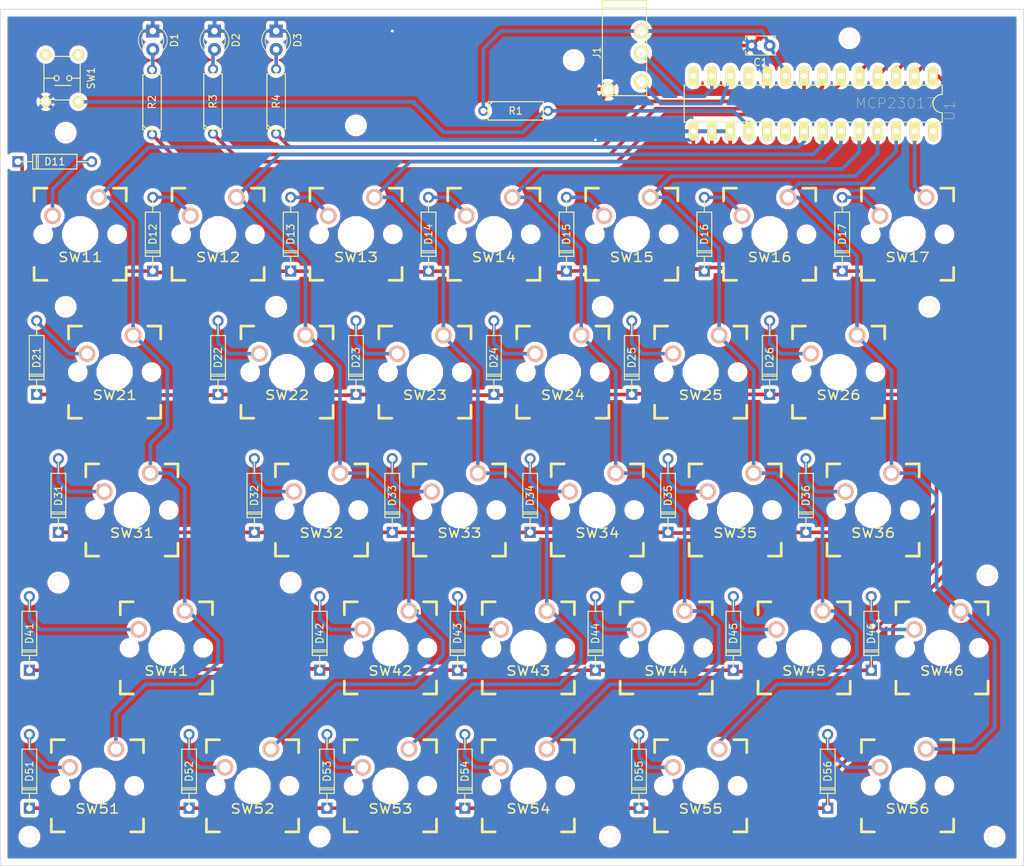
<source format=kicad_pcb>
(kicad_pcb (version 4) (host pcbnew 4.0.1-stable)
  (layers (0 F.Cu signal) (31 B.Cu signal) (34 B.Paste user) (35 F.Paste user) (36 B.SilkS user) (37 F.SilkS user) (38 B.Mask user) (39 F.Mask user) (44 Edge.Cuts user))
  (net 0 "")
  (net 1 /INPUT1)
  (net 2 "Net-(D11-Pad2)")
  (net 3 "Net-(D12-Pad2)")
  (net 4 "Net-(D13-Pad2)")
  (net 5 "Net-(D14-Pad2)")
  (net 6 "Net-(D15-Pad2)")
  (net 7 "Net-(D16-Pad2)")
  (net 8 "Net-(D17-Pad2)")
  (net 9 /INPUT2)
  (net 10 "Net-(D21-Pad2)")
  (net 11 "Net-(D22-Pad2)")
  (net 12 "Net-(D23-Pad2)")
  (net 13 "Net-(D24-Pad2)")
  (net 14 "Net-(D25-Pad2)")
  (net 15 "Net-(D26-Pad2)")
  (net 16 /INPUT3)
  (net 17 "Net-(D31-Pad2)")
  (net 18 "Net-(D32-Pad2)")
  (net 19 "Net-(D33-Pad2)")
  (net 20 "Net-(D34-Pad2)")
  (net 21 "Net-(D35-Pad2)")
  (net 22 "Net-(D36-Pad2)")
  (net 23 /INPUT4)
  (net 24 "Net-(D41-Pad2)")
  (net 25 "Net-(D42-Pad2)")
  (net 26 "Net-(D43-Pad2)")
  (net 27 "Net-(D44-Pad2)")
  (net 28 "Net-(D45-Pad2)")
  (net 29 "Net-(D46-Pad2)")
  (net 30 /INPUT5)
  (net 31 "Net-(D51-Pad2)")
  (net 32 "Net-(D52-Pad2)")
  (net 33 "Net-(D53-Pad2)")
  (net 34 "Net-(D54-Pad2)")
  (net 35 "Net-(D55-Pad2)")
  (net 36 "Net-(D56-Pad2)")
  (net 37 VCC)
  (net 38 /SDA)
  (net 39 GND)
  (net 40 /SCL)
  (net 41 /LED1)
  (net 42 "Net-(D1-Pad2)")
  (net 43 /LED2)
  (net 44 "Net-(D2-Pad2)")
  (net 45 /LED3)
  (net 46 "Net-(D3-Pad2)")
  (net 47 /OUTPUT1)
  (net 48 /OUTPUT2)
  (net 49 /OUTPUT3)
  (net 50 /OUTPUT4)
  (net 51 /OUTPUT5)
  (net 52 /OUTPUT6)
  (net 53 /OUTPUT7)
  (net 54 /RESET)
  (module MyFootprint:m2_neji (layer F.Cu) (at 116 108)
    (fp_text reference "" (at 0 0.5) (layer F.SilkS))
    (fp_text value "")
    (pad 1 thru_hole circle (at 0 0) (size 2 2) (drill 2) (layers *.Cu *.Adhes F.SilkS))
  )
  (module Discret:DO-41 (layer F.Cu) (at 36.5 50 180)
    (fp_text reference D11 (at 0 0 180) (layer F.SilkS))
    (fp_text value D)
    (pad 1 thru_hole rect (at 5.08 0 180) (size 1.524 1.524) (drill 0.889) (layers *.Cu *.Mask) (net 1 /INPUT1))
    (pad 2 thru_hole circle (at -5.08 0 180) (size 1.524 1.524) (drill 0.889) (layers *.Cu *.Mask) (net 2 "Net-(D11-Pad2)"))
  )
  (module Discret:DO-41 (layer F.Cu) (at 50 60 270)
    (fp_text reference D12 (at 0 0 270) (layer F.SilkS))
    (fp_text value D)
    (pad 1 thru_hole rect (at 5.08 0 270) (size 1.524 1.524) (drill 0.889) (layers *.Cu *.Mask) (net 1 /INPUT1))
    (pad 2 thru_hole circle (at -5.08 0 270) (size 1.524 1.524) (drill 0.889) (layers *.Cu *.Mask) (net 3 "Net-(D12-Pad2)"))
  )
  (module Discret:DO-41 (layer F.Cu) (at 69 60 270)
    (fp_text reference D13 (at 0 0 270) (layer F.SilkS))
    (fp_text value D)
    (pad 1 thru_hole rect (at 5.08 0 270) (size 1.524 1.524) (drill 0.889) (layers *.Cu *.Mask) (net 1 /INPUT1))
    (pad 2 thru_hole circle (at -5.08 0 270) (size 1.524 1.524) (drill 0.889) (layers *.Cu *.Mask) (net 4 "Net-(D13-Pad2)"))
  )
  (module Discret:DO-41 (layer F.Cu) (at 88 60 270)
    (fp_text reference D14 (at 0 0 270) (layer F.SilkS))
    (fp_text value D)
    (pad 1 thru_hole rect (at 5.08 0 270) (size 1.524 1.524) (drill 0.889) (layers *.Cu *.Mask) (net 1 /INPUT1))
    (pad 2 thru_hole circle (at -5.08 0 270) (size 1.524 1.524) (drill 0.889) (layers *.Cu *.Mask) (net 5 "Net-(D14-Pad2)"))
  )
  (module Discret:DO-41 (layer F.Cu) (at 107 60 270)
    (fp_text reference D15 (at 0 0 270) (layer F.SilkS))
    (fp_text value D)
    (pad 1 thru_hole rect (at 5.08 0 270) (size 1.524 1.524) (drill 0.889) (layers *.Cu *.Mask) (net 1 /INPUT1))
    (pad 2 thru_hole circle (at -5.08 0 270) (size 1.524 1.524) (drill 0.889) (layers *.Cu *.Mask) (net 6 "Net-(D15-Pad2)"))
  )
  (module Discret:DO-41 (layer F.Cu) (at 126 60 270)
    (fp_text reference D16 (at 0 0 270) (layer F.SilkS))
    (fp_text value D)
    (pad 1 thru_hole rect (at 5.08 0 270) (size 1.524 1.524) (drill 0.889) (layers *.Cu *.Mask) (net 1 /INPUT1))
    (pad 2 thru_hole circle (at -5.08 0 270) (size 1.524 1.524) (drill 0.889) (layers *.Cu *.Mask) (net 7 "Net-(D16-Pad2)"))
  )
  (module Discret:DO-41 (layer F.Cu) (at 145 60 270)
    (fp_text reference D17 (at 0 0 270) (layer F.SilkS))
    (fp_text value D)
    (pad 1 thru_hole rect (at 5.08 0 270) (size 1.524 1.524) (drill 0.889) (layers *.Cu *.Mask) (net 1 /INPUT1))
    (pad 2 thru_hole circle (at -5.08 0 270) (size 1.524 1.524) (drill 0.889) (layers *.Cu *.Mask) (net 8 "Net-(D17-Pad2)"))
  )
  (module Discret:DO-41 (layer F.Cu) (at 34 77 270)
    (fp_text reference D21 (at 0 0 270) (layer F.SilkS))
    (fp_text value D)
    (pad 1 thru_hole rect (at 5.08 0 270) (size 1.524 1.524) (drill 0.889) (layers *.Cu *.Mask) (net 9 /INPUT2))
    (pad 2 thru_hole circle (at -5.08 0 270) (size 1.524 1.524) (drill 0.889) (layers *.Cu *.Mask) (net 10 "Net-(D21-Pad2)"))
  )
  (module Discret:DO-41 (layer F.Cu) (at 59 77 270)
    (fp_text reference D22 (at 0 0 270) (layer F.SilkS))
    (fp_text value D)
    (pad 1 thru_hole rect (at 5.08 0 270) (size 1.524 1.524) (drill 0.889) (layers *.Cu *.Mask) (net 9 /INPUT2))
    (pad 2 thru_hole circle (at -5.08 0 270) (size 1.524 1.524) (drill 0.889) (layers *.Cu *.Mask) (net 11 "Net-(D22-Pad2)"))
  )
  (module Discret:DO-41 (layer F.Cu) (at 78 77 270)
    (fp_text reference D23 (at 0 0 270) (layer F.SilkS))
    (fp_text value D)
    (pad 1 thru_hole rect (at 5.08 0 270) (size 1.524 1.524) (drill 0.889) (layers *.Cu *.Mask) (net 9 /INPUT2))
    (pad 2 thru_hole circle (at -5.08 0 270) (size 1.524 1.524) (drill 0.889) (layers *.Cu *.Mask) (net 12 "Net-(D23-Pad2)"))
  )
  (module Discret:DO-41 (layer F.Cu) (at 97 77 270)
    (fp_text reference D24 (at 0 0 270) (layer F.SilkS))
    (fp_text value D)
    (pad 1 thru_hole rect (at 5.08 0 270) (size 1.524 1.524) (drill 0.889) (layers *.Cu *.Mask) (net 9 /INPUT2))
    (pad 2 thru_hole circle (at -5.08 0 270) (size 1.524 1.524) (drill 0.889) (layers *.Cu *.Mask) (net 13 "Net-(D24-Pad2)"))
  )
  (module Discret:DO-41 (layer F.Cu) (at 116 77 270)
    (fp_text reference D25 (at 0 0 270) (layer F.SilkS))
    (fp_text value D)
    (pad 1 thru_hole rect (at 5.08 0 270) (size 1.524 1.524) (drill 0.889) (layers *.Cu *.Mask) (net 9 /INPUT2))
    (pad 2 thru_hole circle (at -5.08 0 270) (size 1.524 1.524) (drill 0.889) (layers *.Cu *.Mask) (net 14 "Net-(D25-Pad2)"))
  )
  (module Discret:DO-41 (layer F.Cu) (at 135 77 270)
    (fp_text reference D26 (at 0 0 270) (layer F.SilkS))
    (fp_text value D)
    (pad 1 thru_hole rect (at 5.08 0 270) (size 1.524 1.524) (drill 0.889) (layers *.Cu *.Mask) (net 9 /INPUT2))
    (pad 2 thru_hole circle (at -5.08 0 270) (size 1.524 1.524) (drill 0.889) (layers *.Cu *.Mask) (net 15 "Net-(D26-Pad2)"))
  )
  (module Discret:DO-41 (layer F.Cu) (at 37 96 270)
    (fp_text reference D31 (at 0 0 270) (layer F.SilkS))
    (fp_text value D)
    (pad 1 thru_hole rect (at 5.08 0 270) (size 1.524 1.524) (drill 0.889) (layers *.Cu *.Mask) (net 16 /INPUT3))
    (pad 2 thru_hole circle (at -5.08 0 270) (size 1.524 1.524) (drill 0.889) (layers *.Cu *.Mask) (net 17 "Net-(D31-Pad2)"))
  )
  (module Discret:DO-41 (layer F.Cu) (at 64 96 270)
    (fp_text reference D32 (at 0 0 270) (layer F.SilkS))
    (fp_text value D)
    (pad 1 thru_hole rect (at 5.08 0 270) (size 1.524 1.524) (drill 0.889) (layers *.Cu *.Mask) (net 16 /INPUT3))
    (pad 2 thru_hole circle (at -5.08 0 270) (size 1.524 1.524) (drill 0.889) (layers *.Cu *.Mask) (net 18 "Net-(D32-Pad2)"))
  )
  (module Discret:DO-41 (layer F.Cu) (at 83 96 270)
    (fp_text reference D33 (at 0 0 270) (layer F.SilkS))
    (fp_text value D)
    (pad 1 thru_hole rect (at 5.08 0 270) (size 1.524 1.524) (drill 0.889) (layers *.Cu *.Mask) (net 16 /INPUT3))
    (pad 2 thru_hole circle (at -5.08 0 270) (size 1.524 1.524) (drill 0.889) (layers *.Cu *.Mask) (net 19 "Net-(D33-Pad2)"))
  )
  (module Discret:DO-41 (layer F.Cu) (at 102 96 270)
    (fp_text reference D34 (at 0 0 270) (layer F.SilkS))
    (fp_text value D)
    (pad 1 thru_hole rect (at 5.08 0 270) (size 1.524 1.524) (drill 0.889) (layers *.Cu *.Mask) (net 16 /INPUT3))
    (pad 2 thru_hole circle (at -5.08 0 270) (size 1.524 1.524) (drill 0.889) (layers *.Cu *.Mask) (net 20 "Net-(D34-Pad2)"))
  )
  (module Discret:DO-41 (layer F.Cu) (at 121 96 270)
    (fp_text reference D35 (at 0 0 270) (layer F.SilkS))
    (fp_text value D)
    (pad 1 thru_hole rect (at 5.08 0 270) (size 1.524 1.524) (drill 0.889) (layers *.Cu *.Mask) (net 16 /INPUT3))
    (pad 2 thru_hole circle (at -5.08 0 270) (size 1.524 1.524) (drill 0.889) (layers *.Cu *.Mask) (net 21 "Net-(D35-Pad2)"))
  )
  (module Discret:DO-41 (layer F.Cu) (at 140 96 270)
    (fp_text reference D36 (at 0 0 270) (layer F.SilkS))
    (fp_text value D)
    (pad 1 thru_hole rect (at 5.08 0 270) (size 1.524 1.524) (drill 0.889) (layers *.Cu *.Mask) (net 16 /INPUT3))
    (pad 2 thru_hole circle (at -5.08 0 270) (size 1.524 1.524) (drill 0.889) (layers *.Cu *.Mask) (net 22 "Net-(D36-Pad2)"))
  )
  (module Discret:DO-41 (layer F.Cu) (at 33 115 270)
    (fp_text reference D41 (at 0 0 270) (layer F.SilkS))
    (fp_text value D)
    (pad 1 thru_hole rect (at 5.08 0 270) (size 1.524 1.524) (drill 0.889) (layers *.Cu *.Mask) (net 23 /INPUT4))
    (pad 2 thru_hole circle (at -5.08 0 270) (size 1.524 1.524) (drill 0.889) (layers *.Cu *.Mask) (net 24 "Net-(D41-Pad2)"))
  )
  (module Discret:DO-41 (layer F.Cu) (at 73 115 270)
    (fp_text reference D42 (at 0 0 270) (layer F.SilkS))
    (fp_text value D)
    (pad 1 thru_hole rect (at 5.08 0 270) (size 1.524 1.524) (drill 0.889) (layers *.Cu *.Mask) (net 23 /INPUT4))
    (pad 2 thru_hole circle (at -5.08 0 270) (size 1.524 1.524) (drill 0.889) (layers *.Cu *.Mask) (net 25 "Net-(D42-Pad2)"))
  )
  (module Discret:DO-41 (layer F.Cu) (at 92 115 270)
    (fp_text reference D43 (at 0 0 270) (layer F.SilkS))
    (fp_text value D)
    (pad 1 thru_hole rect (at 5.08 0 270) (size 1.524 1.524) (drill 0.889) (layers *.Cu *.Mask) (net 23 /INPUT4))
    (pad 2 thru_hole circle (at -5.08 0 270) (size 1.524 1.524) (drill 0.889) (layers *.Cu *.Mask) (net 26 "Net-(D43-Pad2)"))
  )
  (module Discret:DO-41 (layer F.Cu) (at 111 115 270)
    (fp_text reference D44 (at 0 0 270) (layer F.SilkS))
    (fp_text value D)
    (pad 1 thru_hole rect (at 5.08 0 270) (size 1.524 1.524) (drill 0.889) (layers *.Cu *.Mask) (net 23 /INPUT4))
    (pad 2 thru_hole circle (at -5.08 0 270) (size 1.524 1.524) (drill 0.889) (layers *.Cu *.Mask) (net 27 "Net-(D44-Pad2)"))
  )
  (module Discret:DO-41 (layer F.Cu) (at 130 115 270)
    (fp_text reference D45 (at 0 0 270) (layer F.SilkS))
    (fp_text value D)
    (pad 1 thru_hole rect (at 5.08 0 270) (size 1.524 1.524) (drill 0.889) (layers *.Cu *.Mask) (net 23 /INPUT4))
    (pad 2 thru_hole circle (at -5.08 0 270) (size 1.524 1.524) (drill 0.889) (layers *.Cu *.Mask) (net 28 "Net-(D45-Pad2)"))
  )
  (module Discret:DO-41 (layer F.Cu) (at 149 115 270)
    (fp_text reference D46 (at 0 0 270) (layer F.SilkS))
    (fp_text value D)
    (pad 1 thru_hole rect (at 5.08 0 270) (size 1.524 1.524) (drill 0.889) (layers *.Cu *.Mask) (net 23 /INPUT4))
    (pad 2 thru_hole circle (at -5.08 0 270) (size 1.524 1.524) (drill 0.889) (layers *.Cu *.Mask) (net 29 "Net-(D46-Pad2)"))
  )
  (module Discret:DO-41 (layer F.Cu) (at 33 134 270)
    (fp_text reference D51 (at 0 0 270) (layer F.SilkS))
    (fp_text value D)
    (pad 1 thru_hole rect (at 5.08 0 270) (size 1.524 1.524) (drill 0.889) (layers *.Cu *.Mask) (net 30 /INPUT5))
    (pad 2 thru_hole circle (at -5.08 0 270) (size 1.524 1.524) (drill 0.889) (layers *.Cu *.Mask) (net 31 "Net-(D51-Pad2)"))
  )
  (module Discret:DO-41 (layer F.Cu) (at 55 134 270)
    (fp_text reference D52 (at 0 0 270) (layer F.SilkS))
    (fp_text value D)
    (pad 1 thru_hole rect (at 5.08 0 270) (size 1.524 1.524) (drill 0.889) (layers *.Cu *.Mask) (net 30 /INPUT5))
    (pad 2 thru_hole circle (at -5.08 0 270) (size 1.524 1.524) (drill 0.889) (layers *.Cu *.Mask) (net 32 "Net-(D52-Pad2)"))
  )
  (module Discret:DO-41 (layer F.Cu) (at 74 134 270)
    (fp_text reference D53 (at 0 0 270) (layer F.SilkS))
    (fp_text value D)
    (pad 1 thru_hole rect (at 5.08 0 270) (size 1.524 1.524) (drill 0.889) (layers *.Cu *.Mask) (net 30 /INPUT5))
    (pad 2 thru_hole circle (at -5.08 0 270) (size 1.524 1.524) (drill 0.889) (layers *.Cu *.Mask) (net 33 "Net-(D53-Pad2)"))
  )
  (module Discret:DO-41 (layer F.Cu) (at 93 134 270)
    (fp_text reference D54 (at 0 0 270) (layer F.SilkS))
    (fp_text value D)
    (pad 1 thru_hole rect (at 5.08 0 270) (size 1.524 1.524) (drill 0.889) (layers *.Cu *.Mask) (net 30 /INPUT5))
    (pad 2 thru_hole circle (at -5.08 0 270) (size 1.524 1.524) (drill 0.889) (layers *.Cu *.Mask) (net 34 "Net-(D54-Pad2)"))
  )
  (module Discret:DO-41 (layer F.Cu) (at 117 134 270)
    (fp_text reference D55 (at 0 0 270) (layer F.SilkS))
    (fp_text value D)
    (pad 1 thru_hole rect (at 5.08 0 270) (size 1.524 1.524) (drill 0.889) (layers *.Cu *.Mask) (net 30 /INPUT5))
    (pad 2 thru_hole circle (at -5.08 0 270) (size 1.524 1.524) (drill 0.889) (layers *.Cu *.Mask) (net 35 "Net-(D55-Pad2)"))
  )
  (module Discret:DO-41 (layer F.Cu) (at 143 134 270)
    (fp_text reference D56 (at 0 0 270) (layer F.SilkS))
    (fp_text value D)
    (pad 1 thru_hole rect (at 5.08 0 270) (size 1.524 1.524) (drill 0.889) (layers *.Cu *.Mask) (net 30 /INPUT5))
    (pad 2 thru_hole circle (at -5.08 0 270) (size 1.524 1.524) (drill 0.889) (layers *.Cu *.Mask) (net 36 "Net-(D56-Pad2)"))
  )
  (module MyFootprint:4pin_Jack (layer F.Cu) (at 115 35 270)
    (fp_text reference J1 (at 0 3.81 270) (layer F.SilkS))
    (fp_text value 4pin_Jack)
    (pad 1 thru_hole circle (at -3 -2.3 270) (size 2 2) (drill 1.3) (layers *.Cu *.Mask F.SilkS) (net 37 VCC))
    (pad 2 thru_hole circle (at 0 -2.3 270) (size 2 2) (drill 1.3) (layers *.Cu *.Mask F.SilkS) (net 38 /SDA))
    (pad 4 thru_hole circle (at 5.1 2.3 270) (size 2 2) (drill 1.3) (layers *.Cu *.Mask F.SilkS) (net 39 GND))
    (pad 3 thru_hole circle (at 4 -2.3 270) (size 2 2) (drill 1.3) (layers *.Cu *.Mask F.SilkS) (net 40 /SCL))
  )
  (module Discret:R3-5 (layer F.Cu) (at 100 43)
    (fp_text reference R1 (at 0 0) (layer F.SilkS))
    (fp_text value 10k)
    (pad 1 thru_hole circle (at -4.445 0) (size 1.397 1.397) (drill 0.8128) (layers *.Cu *.Mask) (net 37 VCC))
    (pad 2 thru_hole circle (at 4.445 0) (size 1.397 1.397) (drill 0.8128) (layers *.Cu *.Mask) (net 54 /RESET))
  )
  (module Discret:R3-5 (layer F.Cu) (at 49.9 41.8 90)
    (fp_text reference R2 (at 0 0 90) (layer F.SilkS))
    (fp_text value 330)
    (pad 1 thru_hole circle (at -4.445 0 90) (size 1.397 1.397) (drill 0.8128) (layers *.Cu *.Mask) (net 41 /LED1))
    (pad 2 thru_hole circle (at 4.445 0 90) (size 1.397 1.397) (drill 0.8128) (layers *.Cu *.Mask) (net 42 "Net-(D1-Pad2)"))
  )
  (module Discret:R3-5 (layer F.Cu) (at 58.3 41.7 90)
    (fp_text reference R3 (at 0 0 90) (layer F.SilkS))
    (fp_text value 330)
    (pad 1 thru_hole circle (at -4.445 0 90) (size 1.397 1.397) (drill 0.8128) (layers *.Cu *.Mask) (net 43 /LED2))
    (pad 2 thru_hole circle (at 4.445 0 90) (size 1.397 1.397) (drill 0.8128) (layers *.Cu *.Mask) (net 44 "Net-(D2-Pad2)"))
  )
  (module Discret:R3-5 (layer F.Cu) (at 67 41.7 90)
    (fp_text reference R4 (at 0 0 90) (layer F.SilkS))
    (fp_text value 330)
    (pad 1 thru_hole circle (at -4.445 0 90) (size 1.397 1.397) (drill 0.8128) (layers *.Cu *.Mask) (net 45 /LED3))
    (pad 2 thru_hole circle (at 4.445 0 90) (size 1.397 1.397) (drill 0.8128) (layers *.Cu *.Mask) (net 46 "Net-(D3-Pad2)"))
  )
  (module MyFootprint:CHERRY_PLATE_100H (layer F.Cu) (at 40 60)
    (fp_text reference SW11 (at 0 3.175) (layer F.SilkS) (effects (font (size 1.27 1.524) (thickness 0.2032))))
    (fp_text value SW_PUSH hide)
    (pad 1 thru_hole circle (at 2.54 -5.08) (size 2.286 2.286) (drill 1.4986) (layers *.Cu *.SilkS *.Mask) (net 47 /OUTPUT1))
    (pad 2 thru_hole circle (at -3.81 -2.54) (size 2.286 2.286) (drill 1.4986) (layers *.Cu *.SilkS *.Mask) (net 2 "Net-(D11-Pad2)"))
    (pad HOLE np_thru_hole circle (at 0 0) (size 3.9878 3.9878) (drill 3.9878) (layers *.Cu))
    (pad HOLE np_thru_hole circle (at -5.08 0) (size 1.7018 1.7018) (drill 1.7018) (layers *.Cu))
    (pad HOLE np_thru_hole circle (at 5.08 0) (size 1.7018 1.7018) (drill 1.7018) (layers *.Cu))
  )
  (module MyFootprint:CHERRY_PLATE_100H (layer F.Cu) (at 59 60)
    (fp_text reference SW12 (at 0 3.175) (layer F.SilkS) (effects (font (size 1.27 1.524) (thickness 0.2032))))
    (fp_text value SW_PUSH hide)
    (pad 1 thru_hole circle (at 2.54 -5.08) (size 2.286 2.286) (drill 1.4986) (layers *.Cu *.SilkS *.Mask) (net 48 /OUTPUT2))
    (pad 2 thru_hole circle (at -3.81 -2.54) (size 2.286 2.286) (drill 1.4986) (layers *.Cu *.SilkS *.Mask) (net 3 "Net-(D12-Pad2)"))
    (pad HOLE np_thru_hole circle (at 0 0) (size 3.9878 3.9878) (drill 3.9878) (layers *.Cu))
    (pad HOLE np_thru_hole circle (at -5.08 0) (size 1.7018 1.7018) (drill 1.7018) (layers *.Cu))
    (pad HOLE np_thru_hole circle (at 5.08 0) (size 1.7018 1.7018) (drill 1.7018) (layers *.Cu))
  )
  (module MyFootprint:CHERRY_PLATE_100H (layer F.Cu) (at 78 60)
    (fp_text reference SW13 (at 0 3.175) (layer F.SilkS) (effects (font (size 1.27 1.524) (thickness 0.2032))))
    (fp_text value SW_PUSH hide)
    (pad 1 thru_hole circle (at 2.54 -5.08) (size 2.286 2.286) (drill 1.4986) (layers *.Cu *.SilkS *.Mask) (net 49 /OUTPUT3))
    (pad 2 thru_hole circle (at -3.81 -2.54) (size 2.286 2.286) (drill 1.4986) (layers *.Cu *.SilkS *.Mask) (net 4 "Net-(D13-Pad2)"))
    (pad HOLE np_thru_hole circle (at 0 0) (size 3.9878 3.9878) (drill 3.9878) (layers *.Cu))
    (pad HOLE np_thru_hole circle (at -5.08 0) (size 1.7018 1.7018) (drill 1.7018) (layers *.Cu))
    (pad HOLE np_thru_hole circle (at 5.08 0) (size 1.7018 1.7018) (drill 1.7018) (layers *.Cu))
  )
  (module MyFootprint:CHERRY_PLATE_100H (layer F.Cu) (at 97 60)
    (fp_text reference SW14 (at 0 3.175) (layer F.SilkS) (effects (font (size 1.27 1.524) (thickness 0.2032))))
    (fp_text value SW_PUSH hide)
    (pad 1 thru_hole circle (at 2.54 -5.08) (size 2.286 2.286) (drill 1.4986) (layers *.Cu *.SilkS *.Mask) (net 50 /OUTPUT4))
    (pad 2 thru_hole circle (at -3.81 -2.54) (size 2.286 2.286) (drill 1.4986) (layers *.Cu *.SilkS *.Mask) (net 5 "Net-(D14-Pad2)"))
    (pad HOLE np_thru_hole circle (at 0 0) (size 3.9878 3.9878) (drill 3.9878) (layers *.Cu))
    (pad HOLE np_thru_hole circle (at -5.08 0) (size 1.7018 1.7018) (drill 1.7018) (layers *.Cu))
    (pad HOLE np_thru_hole circle (at 5.08 0) (size 1.7018 1.7018) (drill 1.7018) (layers *.Cu))
  )
  (module MyFootprint:CHERRY_PLATE_100H (layer F.Cu) (at 116 60)
    (fp_text reference SW15 (at 0 3.175) (layer F.SilkS) (effects (font (size 1.27 1.524) (thickness 0.2032))))
    (fp_text value SW_PUSH hide)
    (pad 1 thru_hole circle (at 2.54 -5.08) (size 2.286 2.286) (drill 1.4986) (layers *.Cu *.SilkS *.Mask) (net 51 /OUTPUT5))
    (pad 2 thru_hole circle (at -3.81 -2.54) (size 2.286 2.286) (drill 1.4986) (layers *.Cu *.SilkS *.Mask) (net 6 "Net-(D15-Pad2)"))
    (pad HOLE np_thru_hole circle (at 0 0) (size 3.9878 3.9878) (drill 3.9878) (layers *.Cu))
    (pad HOLE np_thru_hole circle (at -5.08 0) (size 1.7018 1.7018) (drill 1.7018) (layers *.Cu))
    (pad HOLE np_thru_hole circle (at 5.08 0) (size 1.7018 1.7018) (drill 1.7018) (layers *.Cu))
  )
  (module MyFootprint:CHERRY_PLATE_100H (layer F.Cu) (at 135 60)
    (fp_text reference SW16 (at 0 3.175) (layer F.SilkS) (effects (font (size 1.27 1.524) (thickness 0.2032))))
    (fp_text value SW_PUSH hide)
    (pad 1 thru_hole circle (at 2.54 -5.08) (size 2.286 2.286) (drill 1.4986) (layers *.Cu *.SilkS *.Mask) (net 52 /OUTPUT6))
    (pad 2 thru_hole circle (at -3.81 -2.54) (size 2.286 2.286) (drill 1.4986) (layers *.Cu *.SilkS *.Mask) (net 7 "Net-(D16-Pad2)"))
    (pad HOLE np_thru_hole circle (at 0 0) (size 3.9878 3.9878) (drill 3.9878) (layers *.Cu))
    (pad HOLE np_thru_hole circle (at -5.08 0) (size 1.7018 1.7018) (drill 1.7018) (layers *.Cu))
    (pad HOLE np_thru_hole circle (at 5.08 0) (size 1.7018 1.7018) (drill 1.7018) (layers *.Cu))
  )
  (module MyFootprint:CHERRY_PLATE_100H (layer F.Cu) (at 154 60)
    (fp_text reference SW17 (at 0 3.175) (layer F.SilkS) (effects (font (size 1.27 1.524) (thickness 0.2032))))
    (fp_text value SW_PUSH hide)
    (pad 1 thru_hole circle (at 2.54 -5.08) (size 2.286 2.286) (drill 1.4986) (layers *.Cu *.SilkS *.Mask) (net 53 /OUTPUT7))
    (pad 2 thru_hole circle (at -3.81 -2.54) (size 2.286 2.286) (drill 1.4986) (layers *.Cu *.SilkS *.Mask) (net 8 "Net-(D17-Pad2)"))
    (pad HOLE np_thru_hole circle (at 0 0) (size 3.9878 3.9878) (drill 3.9878) (layers *.Cu))
    (pad HOLE np_thru_hole circle (at -5.08 0) (size 1.7018 1.7018) (drill 1.7018) (layers *.Cu))
    (pad HOLE np_thru_hole circle (at 5.08 0) (size 1.7018 1.7018) (drill 1.7018) (layers *.Cu))
  )
  (module MyFootprint:CHERRY_PLATE_150H (layer F.Cu) (at 44.75 79)
    (fp_text reference SW21 (at 0 3.175) (layer F.SilkS) (effects (font (size 1.27 1.524) (thickness 0.2032))))
    (fp_text value SW_PUSH hide)
    (pad 1 thru_hole circle (at 2.54 -5.08) (size 2.286 2.286) (drill 1.4986) (layers *.Cu *.SilkS *.Mask) (net 47 /OUTPUT1))
    (pad 2 thru_hole circle (at -3.81 -2.54) (size 2.286 2.286) (drill 1.4986) (layers *.Cu *.SilkS *.Mask) (net 10 "Net-(D21-Pad2)"))
    (pad HOLE np_thru_hole circle (at 0 0) (size 3.9878 3.9878) (drill 3.9878) (layers *.Cu))
    (pad HOLE np_thru_hole circle (at -5.08 0) (size 1.7018 1.7018) (drill 1.7018) (layers *.Cu))
    (pad HOLE np_thru_hole circle (at 5.08 0) (size 1.7018 1.7018) (drill 1.7018) (layers *.Cu))
  )
  (module MyFootprint:CHERRY_PLATE_100H (layer F.Cu) (at 68.5 79)
    (fp_text reference SW22 (at 0 3.175) (layer F.SilkS) (effects (font (size 1.27 1.524) (thickness 0.2032))))
    (fp_text value SW_PUSH hide)
    (pad 1 thru_hole circle (at 2.54 -5.08) (size 2.286 2.286) (drill 1.4986) (layers *.Cu *.SilkS *.Mask) (net 48 /OUTPUT2))
    (pad 2 thru_hole circle (at -3.81 -2.54) (size 2.286 2.286) (drill 1.4986) (layers *.Cu *.SilkS *.Mask) (net 11 "Net-(D22-Pad2)"))
    (pad HOLE np_thru_hole circle (at 0 0) (size 3.9878 3.9878) (drill 3.9878) (layers *.Cu))
    (pad HOLE np_thru_hole circle (at -5.08 0) (size 1.7018 1.7018) (drill 1.7018) (layers *.Cu))
    (pad HOLE np_thru_hole circle (at 5.08 0) (size 1.7018 1.7018) (drill 1.7018) (layers *.Cu))
  )
  (module MyFootprint:CHERRY_PLATE_100H (layer F.Cu) (at 87.5 79)
    (fp_text reference SW23 (at 0 3.175) (layer F.SilkS) (effects (font (size 1.27 1.524) (thickness 0.2032))))
    (fp_text value SW_PUSH hide)
    (pad 1 thru_hole circle (at 2.54 -5.08) (size 2.286 2.286) (drill 1.4986) (layers *.Cu *.SilkS *.Mask) (net 49 /OUTPUT3))
    (pad 2 thru_hole circle (at -3.81 -2.54) (size 2.286 2.286) (drill 1.4986) (layers *.Cu *.SilkS *.Mask) (net 12 "Net-(D23-Pad2)"))
    (pad HOLE np_thru_hole circle (at 0 0) (size 3.9878 3.9878) (drill 3.9878) (layers *.Cu))
    (pad HOLE np_thru_hole circle (at -5.08 0) (size 1.7018 1.7018) (drill 1.7018) (layers *.Cu))
    (pad HOLE np_thru_hole circle (at 5.08 0) (size 1.7018 1.7018) (drill 1.7018) (layers *.Cu))
  )
  (module MyFootprint:CHERRY_PLATE_100H (layer F.Cu) (at 106.5 79)
    (fp_text reference SW24 (at 0 3.175) (layer F.SilkS) (effects (font (size 1.27 1.524) (thickness 0.2032))))
    (fp_text value SW_PUSH hide)
    (pad 1 thru_hole circle (at 2.54 -5.08) (size 2.286 2.286) (drill 1.4986) (layers *.Cu *.SilkS *.Mask) (net 50 /OUTPUT4))
    (pad 2 thru_hole circle (at -3.81 -2.54) (size 2.286 2.286) (drill 1.4986) (layers *.Cu *.SilkS *.Mask) (net 13 "Net-(D24-Pad2)"))
    (pad HOLE np_thru_hole circle (at 0 0) (size 3.9878 3.9878) (drill 3.9878) (layers *.Cu))
    (pad HOLE np_thru_hole circle (at -5.08 0) (size 1.7018 1.7018) (drill 1.7018) (layers *.Cu))
    (pad HOLE np_thru_hole circle (at 5.08 0) (size 1.7018 1.7018) (drill 1.7018) (layers *.Cu))
  )
  (module MyFootprint:CHERRY_PLATE_100H (layer F.Cu) (at 125.5 79)
    (fp_text reference SW25 (at 0 3.175) (layer F.SilkS) (effects (font (size 1.27 1.524) (thickness 0.2032))))
    (fp_text value SW_PUSH hide)
    (pad 1 thru_hole circle (at 2.54 -5.08) (size 2.286 2.286) (drill 1.4986) (layers *.Cu *.SilkS *.Mask) (net 51 /OUTPUT5))
    (pad 2 thru_hole circle (at -3.81 -2.54) (size 2.286 2.286) (drill 1.4986) (layers *.Cu *.SilkS *.Mask) (net 14 "Net-(D25-Pad2)"))
    (pad HOLE np_thru_hole circle (at 0 0) (size 3.9878 3.9878) (drill 3.9878) (layers *.Cu))
    (pad HOLE np_thru_hole circle (at -5.08 0) (size 1.7018 1.7018) (drill 1.7018) (layers *.Cu))
    (pad HOLE np_thru_hole circle (at 5.08 0) (size 1.7018 1.7018) (drill 1.7018) (layers *.Cu))
  )
  (module MyFootprint:CHERRY_PLATE_100H (layer F.Cu) (at 144.5 79)
    (fp_text reference SW26 (at 0 3.175) (layer F.SilkS) (effects (font (size 1.27 1.524) (thickness 0.2032))))
    (fp_text value SW_PUSH hide)
    (pad 1 thru_hole circle (at 2.54 -5.08) (size 2.286 2.286) (drill 1.4986) (layers *.Cu *.SilkS *.Mask) (net 52 /OUTPUT6))
    (pad 2 thru_hole circle (at -3.81 -2.54) (size 2.286 2.286) (drill 1.4986) (layers *.Cu *.SilkS *.Mask) (net 15 "Net-(D26-Pad2)"))
    (pad HOLE np_thru_hole circle (at 0 0) (size 3.9878 3.9878) (drill 3.9878) (layers *.Cu))
    (pad HOLE np_thru_hole circle (at -5.08 0) (size 1.7018 1.7018) (drill 1.7018) (layers *.Cu))
    (pad HOLE np_thru_hole circle (at 5.08 0) (size 1.7018 1.7018) (drill 1.7018) (layers *.Cu))
  )
  (module MyFootprint:CHERRY_PLATE_175H (layer F.Cu) (at 47.125 98)
    (fp_text reference SW31 (at 0 3.175) (layer F.SilkS) (effects (font (size 1.27 1.524) (thickness 0.2032))))
    (fp_text value SW_PUSH hide)
    (pad 1 thru_hole circle (at 2.54 -5.08) (size 2.286 2.286) (drill 1.4986) (layers *.Cu *.SilkS *.Mask) (net 47 /OUTPUT1))
    (pad 2 thru_hole circle (at -3.81 -2.54) (size 2.286 2.286) (drill 1.4986) (layers *.Cu *.SilkS *.Mask) (net 17 "Net-(D31-Pad2)"))
    (pad HOLE np_thru_hole circle (at 0 0) (size 3.9878 3.9878) (drill 3.9878) (layers *.Cu))
    (pad HOLE np_thru_hole circle (at -5.08 0) (size 1.7018 1.7018) (drill 1.7018) (layers *.Cu))
    (pad HOLE np_thru_hole circle (at 5.08 0) (size 1.7018 1.7018) (drill 1.7018) (layers *.Cu))
  )
  (module MyFootprint:CHERRY_PLATE_100H (layer F.Cu) (at 73.25 98)
    (fp_text reference SW32 (at 0 3.175) (layer F.SilkS) (effects (font (size 1.27 1.524) (thickness 0.2032))))
    (fp_text value SW_PUSH hide)
    (pad 1 thru_hole circle (at 2.54 -5.08) (size 2.286 2.286) (drill 1.4986) (layers *.Cu *.SilkS *.Mask) (net 48 /OUTPUT2))
    (pad 2 thru_hole circle (at -3.81 -2.54) (size 2.286 2.286) (drill 1.4986) (layers *.Cu *.SilkS *.Mask) (net 18 "Net-(D32-Pad2)"))
    (pad HOLE np_thru_hole circle (at 0 0) (size 3.9878 3.9878) (drill 3.9878) (layers *.Cu))
    (pad HOLE np_thru_hole circle (at -5.08 0) (size 1.7018 1.7018) (drill 1.7018) (layers *.Cu))
    (pad HOLE np_thru_hole circle (at 5.08 0) (size 1.7018 1.7018) (drill 1.7018) (layers *.Cu))
  )
  (module MyFootprint:CHERRY_PLATE_100H (layer F.Cu) (at 92.25 98)
    (fp_text reference SW33 (at 0 3.175) (layer F.SilkS) (effects (font (size 1.27 1.524) (thickness 0.2032))))
    (fp_text value SW_PUSH hide)
    (pad 1 thru_hole circle (at 2.54 -5.08) (size 2.286 2.286) (drill 1.4986) (layers *.Cu *.SilkS *.Mask) (net 49 /OUTPUT3))
    (pad 2 thru_hole circle (at -3.81 -2.54) (size 2.286 2.286) (drill 1.4986) (layers *.Cu *.SilkS *.Mask) (net 19 "Net-(D33-Pad2)"))
    (pad HOLE np_thru_hole circle (at 0 0) (size 3.9878 3.9878) (drill 3.9878) (layers *.Cu))
    (pad HOLE np_thru_hole circle (at -5.08 0) (size 1.7018 1.7018) (drill 1.7018) (layers *.Cu))
    (pad HOLE np_thru_hole circle (at 5.08 0) (size 1.7018 1.7018) (drill 1.7018) (layers *.Cu))
  )
  (module MyFootprint:CHERRY_PLATE_100H (layer F.Cu) (at 111.25 98)
    (fp_text reference SW34 (at 0 3.175) (layer F.SilkS) (effects (font (size 1.27 1.524) (thickness 0.2032))))
    (fp_text value SW_PUSH hide)
    (pad 1 thru_hole circle (at 2.54 -5.08) (size 2.286 2.286) (drill 1.4986) (layers *.Cu *.SilkS *.Mask) (net 50 /OUTPUT4))
    (pad 2 thru_hole circle (at -3.81 -2.54) (size 2.286 2.286) (drill 1.4986) (layers *.Cu *.SilkS *.Mask) (net 20 "Net-(D34-Pad2)"))
    (pad HOLE np_thru_hole circle (at 0 0) (size 3.9878 3.9878) (drill 3.9878) (layers *.Cu))
    (pad HOLE np_thru_hole circle (at -5.08 0) (size 1.7018 1.7018) (drill 1.7018) (layers *.Cu))
    (pad HOLE np_thru_hole circle (at 5.08 0) (size 1.7018 1.7018) (drill 1.7018) (layers *.Cu))
  )
  (module MyFootprint:CHERRY_PLATE_100H (layer F.Cu) (at 130.25 98)
    (fp_text reference SW35 (at 0 3.175) (layer F.SilkS) (effects (font (size 1.27 1.524) (thickness 0.2032))))
    (fp_text value SW_PUSH hide)
    (pad 1 thru_hole circle (at 2.54 -5.08) (size 2.286 2.286) (drill 1.4986) (layers *.Cu *.SilkS *.Mask) (net 51 /OUTPUT5))
    (pad 2 thru_hole circle (at -3.81 -2.54) (size 2.286 2.286) (drill 1.4986) (layers *.Cu *.SilkS *.Mask) (net 21 "Net-(D35-Pad2)"))
    (pad HOLE np_thru_hole circle (at 0 0) (size 3.9878 3.9878) (drill 3.9878) (layers *.Cu))
    (pad HOLE np_thru_hole circle (at -5.08 0) (size 1.7018 1.7018) (drill 1.7018) (layers *.Cu))
    (pad HOLE np_thru_hole circle (at 5.08 0) (size 1.7018 1.7018) (drill 1.7018) (layers *.Cu))
  )
  (module MyFootprint:CHERRY_PLATE_100H (layer F.Cu) (at 149.25 98)
    (fp_text reference SW36 (at 0 3.175) (layer F.SilkS) (effects (font (size 1.27 1.524) (thickness 0.2032))))
    (fp_text value SW_PUSH hide)
    (pad 1 thru_hole circle (at 2.54 -5.08) (size 2.286 2.286) (drill 1.4986) (layers *.Cu *.SilkS *.Mask) (net 52 /OUTPUT6))
    (pad 2 thru_hole circle (at -3.81 -2.54) (size 2.286 2.286) (drill 1.4986) (layers *.Cu *.SilkS *.Mask) (net 22 "Net-(D36-Pad2)"))
    (pad HOLE np_thru_hole circle (at 0 0) (size 3.9878 3.9878) (drill 3.9878) (layers *.Cu))
    (pad HOLE np_thru_hole circle (at -5.08 0) (size 1.7018 1.7018) (drill 1.7018) (layers *.Cu))
    (pad HOLE np_thru_hole circle (at 5.08 0) (size 1.7018 1.7018) (drill 1.7018) (layers *.Cu))
  )
  (module MyFootprint:CHERRY_PLATE_225H (layer F.Cu) (at 51.875 117)
    (fp_text reference SW41 (at 0 3.175) (layer F.SilkS) (effects (font (size 1.27 1.524) (thickness 0.2032))))
    (fp_text value SW_PUSH hide)
    (pad 1 thru_hole circle (at 2.54 -5.08) (size 2.286 2.286) (drill 1.4986) (layers *.Cu *.SilkS *.Mask) (net 47 /OUTPUT1))
    (pad 2 thru_hole circle (at -3.81 -2.54) (size 2.286 2.286) (drill 1.4986) (layers *.Cu *.SilkS *.Mask) (net 24 "Net-(D41-Pad2)"))
    (pad HOLE np_thru_hole circle (at 0 0) (size 3.9878 3.9878) (drill 3.9878) (layers *.Cu))
    (pad HOLE np_thru_hole circle (at -5.08 0) (size 1.7018 1.7018) (drill 1.7018) (layers *.Cu))
    (pad HOLE np_thru_hole circle (at 5.08 0) (size 1.7018 1.7018) (drill 1.7018) (layers *.Cu))
  )
  (module MyFootprint:CHERRY_PLATE_100H (layer F.Cu) (at 82.75 117)
    (fp_text reference SW42 (at 0 3.175) (layer F.SilkS) (effects (font (size 1.27 1.524) (thickness 0.2032))))
    (fp_text value SW_PUSH hide)
    (pad 1 thru_hole circle (at 2.54 -5.08) (size 2.286 2.286) (drill 1.4986) (layers *.Cu *.SilkS *.Mask) (net 48 /OUTPUT2))
    (pad 2 thru_hole circle (at -3.81 -2.54) (size 2.286 2.286) (drill 1.4986) (layers *.Cu *.SilkS *.Mask) (net 25 "Net-(D42-Pad2)"))
    (pad HOLE np_thru_hole circle (at 0 0) (size 3.9878 3.9878) (drill 3.9878) (layers *.Cu))
    (pad HOLE np_thru_hole circle (at -5.08 0) (size 1.7018 1.7018) (drill 1.7018) (layers *.Cu))
    (pad HOLE np_thru_hole circle (at 5.08 0) (size 1.7018 1.7018) (drill 1.7018) (layers *.Cu))
  )
  (module MyFootprint:CHERRY_PLATE_100H (layer F.Cu) (at 101.75 117)
    (fp_text reference SW43 (at 0 3.175) (layer F.SilkS) (effects (font (size 1.27 1.524) (thickness 0.2032))))
    (fp_text value SW_PUSH hide)
    (pad 1 thru_hole circle (at 2.54 -5.08) (size 2.286 2.286) (drill 1.4986) (layers *.Cu *.SilkS *.Mask) (net 49 /OUTPUT3))
    (pad 2 thru_hole circle (at -3.81 -2.54) (size 2.286 2.286) (drill 1.4986) (layers *.Cu *.SilkS *.Mask) (net 26 "Net-(D43-Pad2)"))
    (pad HOLE np_thru_hole circle (at 0 0) (size 3.9878 3.9878) (drill 3.9878) (layers *.Cu))
    (pad HOLE np_thru_hole circle (at -5.08 0) (size 1.7018 1.7018) (drill 1.7018) (layers *.Cu))
    (pad HOLE np_thru_hole circle (at 5.08 0) (size 1.7018 1.7018) (drill 1.7018) (layers *.Cu))
  )
  (module MyFootprint:CHERRY_PLATE_100H (layer F.Cu) (at 120.75 117)
    (fp_text reference SW44 (at 0 3.175) (layer F.SilkS) (effects (font (size 1.27 1.524) (thickness 0.2032))))
    (fp_text value SW_PUSH hide)
    (pad 1 thru_hole circle (at 2.54 -5.08) (size 2.286 2.286) (drill 1.4986) (layers *.Cu *.SilkS *.Mask) (net 50 /OUTPUT4))
    (pad 2 thru_hole circle (at -3.81 -2.54) (size 2.286 2.286) (drill 1.4986) (layers *.Cu *.SilkS *.Mask) (net 27 "Net-(D44-Pad2)"))
    (pad HOLE np_thru_hole circle (at 0 0) (size 3.9878 3.9878) (drill 3.9878) (layers *.Cu))
    (pad HOLE np_thru_hole circle (at -5.08 0) (size 1.7018 1.7018) (drill 1.7018) (layers *.Cu))
    (pad HOLE np_thru_hole circle (at 5.08 0) (size 1.7018 1.7018) (drill 1.7018) (layers *.Cu))
  )
  (module MyFootprint:CHERRY_PLATE_100H (layer F.Cu) (at 139.75 117)
    (fp_text reference SW45 (at 0 3.175) (layer F.SilkS) (effects (font (size 1.27 1.524) (thickness 0.2032))))
    (fp_text value SW_PUSH hide)
    (pad 1 thru_hole circle (at 2.54 -5.08) (size 2.286 2.286) (drill 1.4986) (layers *.Cu *.SilkS *.Mask) (net 51 /OUTPUT5))
    (pad 2 thru_hole circle (at -3.81 -2.54) (size 2.286 2.286) (drill 1.4986) (layers *.Cu *.SilkS *.Mask) (net 28 "Net-(D45-Pad2)"))
    (pad HOLE np_thru_hole circle (at 0 0) (size 3.9878 3.9878) (drill 3.9878) (layers *.Cu))
    (pad HOLE np_thru_hole circle (at -5.08 0) (size 1.7018 1.7018) (drill 1.7018) (layers *.Cu))
    (pad HOLE np_thru_hole circle (at 5.08 0) (size 1.7018 1.7018) (drill 1.7018) (layers *.Cu))
  )
  (module MyFootprint:CHERRY_PLATE_100H (layer F.Cu) (at 158.75 117)
    (fp_text reference SW46 (at 0 3.175) (layer F.SilkS) (effects (font (size 1.27 1.524) (thickness 0.2032))))
    (fp_text value SW_PUSH hide)
    (pad 1 thru_hole circle (at 2.54 -5.08) (size 2.286 2.286) (drill 1.4986) (layers *.Cu *.SilkS *.Mask) (net 52 /OUTPUT6))
    (pad 2 thru_hole circle (at -3.81 -2.54) (size 2.286 2.286) (drill 1.4986) (layers *.Cu *.SilkS *.Mask) (net 29 "Net-(D46-Pad2)"))
    (pad HOLE np_thru_hole circle (at 0 0) (size 3.9878 3.9878) (drill 3.9878) (layers *.Cu))
    (pad HOLE np_thru_hole circle (at -5.08 0) (size 1.7018 1.7018) (drill 1.7018) (layers *.Cu))
    (pad HOLE np_thru_hole circle (at 5.08 0) (size 1.7018 1.7018) (drill 1.7018) (layers *.Cu))
  )
  (module MyFootprint:CHERRY_PLATE_100H (layer F.Cu) (at 63.75 136)
    (fp_text reference SW52 (at 0 3.175) (layer F.SilkS) (effects (font (size 1.27 1.524) (thickness 0.2032))))
    (fp_text value SW_PUSH hide)
    (pad 1 thru_hole circle (at 2.54 -5.08) (size 2.286 2.286) (drill 1.4986) (layers *.Cu *.SilkS *.Mask) (net 48 /OUTPUT2))
    (pad 2 thru_hole circle (at -3.81 -2.54) (size 2.286 2.286) (drill 1.4986) (layers *.Cu *.SilkS *.Mask) (net 32 "Net-(D52-Pad2)"))
    (pad HOLE np_thru_hole circle (at 0 0) (size 3.9878 3.9878) (drill 3.9878) (layers *.Cu))
    (pad HOLE np_thru_hole circle (at -5.08 0) (size 1.7018 1.7018) (drill 1.7018) (layers *.Cu))
    (pad HOLE np_thru_hole circle (at 5.08 0) (size 1.7018 1.7018) (drill 1.7018) (layers *.Cu))
  )
  (module MyFootprint:CHERRY_PLATE_100H (layer F.Cu) (at 82.75 136)
    (fp_text reference SW53 (at 0 3.175) (layer F.SilkS) (effects (font (size 1.27 1.524) (thickness 0.2032))))
    (fp_text value SW_PUSH hide)
    (pad 1 thru_hole circle (at 2.54 -5.08) (size 2.286 2.286) (drill 1.4986) (layers *.Cu *.SilkS *.Mask) (net 49 /OUTPUT3))
    (pad 2 thru_hole circle (at -3.81 -2.54) (size 2.286 2.286) (drill 1.4986) (layers *.Cu *.SilkS *.Mask) (net 33 "Net-(D53-Pad2)"))
    (pad HOLE np_thru_hole circle (at 0 0) (size 3.9878 3.9878) (drill 3.9878) (layers *.Cu))
    (pad HOLE np_thru_hole circle (at -5.08 0) (size 1.7018 1.7018) (drill 1.7018) (layers *.Cu))
    (pad HOLE np_thru_hole circle (at 5.08 0) (size 1.7018 1.7018) (drill 1.7018) (layers *.Cu))
  )
  (module MyFootprint:DIL28-3 (layer F.Cu) (at 141 42 180)
    (fp_text reference U1 (at -18.796 -1.016 270) (layer F.SilkS) (effects (font (size 1.4 1.4) (thickness 0.05))))
    (fp_text value MCP23017 (at -11.303 0.0508 180) (layer F.SilkS) (effects (font (size 1.4 1.4) (thickness 0.05))))
    (pad 1 thru_hole oval (at -16.51 3.81 270) (size 2.6416 1.3208) (drill 0.8128) (layers *.Cu *.Mask F.SilkS) (net 1 /INPUT1))
    (pad 2 thru_hole oval (at -13.97 3.81 270) (size 2.6416 1.3208) (drill 0.8128) (layers *.Cu *.Mask F.SilkS) (net 9 /INPUT2))
    (pad 3 thru_hole oval (at -11.43 3.81 270) (size 2.6416 1.3208) (drill 0.8128) (layers *.Cu *.Mask F.SilkS) (net 16 /INPUT3))
    (pad 4 thru_hole oval (at -8.89 3.81 270) (size 2.6416 1.3208) (drill 0.8128) (layers *.Cu *.Mask F.SilkS) (net 23 /INPUT4))
    (pad 5 thru_hole oval (at -6.35 3.81 270) (size 2.6416 1.3208) (drill 0.8128) (layers *.Cu *.Mask F.SilkS) (net 30 /INPUT5))
    (pad 6 thru_hole oval (at -3.81 3.81 270) (size 2.6416 1.3208) (drill 0.8128) (layers *.Cu *.Mask F.SilkS) (net 41 /LED1))
    (pad 7 thru_hole oval (at -1.27 3.81 270) (size 2.6416 1.3208) (drill 0.8128) (layers *.Cu *.Mask F.SilkS) (net 43 /LED2))
    (pad 8 thru_hole oval (at 1.27 3.81 270) (size 2.6416 1.3208) (drill 0.8128) (layers *.Cu *.Mask F.SilkS) (net 45 /LED3))
    (pad 9 thru_hole oval (at 3.81 3.81 270) (size 2.6416 1.3208) (drill 0.8128) (layers *.Cu *.Mask F.SilkS) (net 37 VCC))
    (pad 10 thru_hole oval (at 6.35 3.81 270) (size 2.6416 1.3208) (drill 0.8128) (layers *.Cu *.Mask F.SilkS) (net 39 GND))
    (pad 11 thru_hole oval (at 8.89 3.81 270) (size 2.6416 1.3208) (drill 0.8128) (layers *.Cu *.Mask F.SilkS))
    (pad 12 thru_hole oval (at 11.43 3.81 270) (size 2.6416 1.3208) (drill 0.8128) (layers *.Cu *.Mask F.SilkS) (net 40 /SCL))
    (pad 13 thru_hole oval (at 13.97 3.81 270) (size 2.6416 1.3208) (drill 0.8128) (layers *.Cu *.Mask F.SilkS) (net 38 /SDA))
    (pad 14 thru_hole oval (at 16.51 3.81 270) (size 2.6416 1.3208) (drill 0.8128) (layers *.Cu *.Mask F.SilkS))
    (pad 15 thru_hole oval (at 16.51 -3.81 270) (size 2.6416 1.3208) (drill 0.8128) (layers *.Cu *.Mask F.SilkS) (net 39 GND))
    (pad 16 thru_hole oval (at 13.97 -3.81 270) (size 2.6416 1.3208) (drill 0.8128) (layers *.Cu *.Mask F.SilkS) (net 39 GND))
    (pad 17 thru_hole oval (at 11.43 -3.81 270) (size 2.6416 1.3208) (drill 0.8128) (layers *.Cu *.Mask F.SilkS) (net 39 GND))
    (pad 18 thru_hole oval (at 8.89 -3.81 270) (size 2.6416 1.3208) (drill 0.8128) (layers *.Cu *.Mask F.SilkS) (net 54 /RESET))
    (pad 19 thru_hole oval (at 6.35 -3.81 270) (size 2.6416 1.3208) (drill 0.8128) (layers *.Cu *.Mask F.SilkS))
    (pad 20 thru_hole oval (at 3.81 -3.81 270) (size 2.6416 1.3208) (drill 0.8128) (layers *.Cu *.Mask F.SilkS))
    (pad 21 thru_hole oval (at 1.27 -3.81 270) (size 2.6416 1.3208) (drill 0.8128) (layers *.Cu *.Mask F.SilkS) (net 47 /OUTPUT1))
    (pad 22 thru_hole oval (at -1.27 -3.81 270) (size 2.6416 1.3208) (drill 0.8128) (layers *.Cu *.Mask F.SilkS) (net 48 /OUTPUT2))
    (pad 23 thru_hole oval (at -3.81 -3.81 270) (size 2.6416 1.3208) (drill 0.8128) (layers *.Cu *.Mask F.SilkS) (net 49 /OUTPUT3))
    (pad 24 thru_hole oval (at -6.35 -3.81 270) (size 2.6416 1.3208) (drill 0.8128) (layers *.Cu *.Mask F.SilkS) (net 50 /OUTPUT4))
    (pad 25 thru_hole oval (at -8.89 -3.81 270) (size 2.6416 1.3208) (drill 0.8128) (layers *.Cu *.Mask F.SilkS) (net 51 /OUTPUT5))
    (pad 26 thru_hole oval (at -11.43 -3.81 270) (size 2.6416 1.3208) (drill 0.8128) (layers *.Cu *.Mask F.SilkS) (net 52 /OUTPUT6))
    (pad 27 thru_hole oval (at -13.97 -3.81 270) (size 2.6416 1.3208) (drill 0.8128) (layers *.Cu *.Mask F.SilkS) (net 53 /OUTPUT7))
    (pad 28 thru_hole oval (at -16.51 -3.81 270) (size 2.6416 1.3208) (drill 0.8128) (layers *.Cu *.Mask F.SilkS))
  )
  (module Capacitors_ThroughHole:C_Rect_L4.0mm_W2.5mm_P2.50mm (layer F.Cu) (at 135 34 180)
    (fp_text reference C1 (at 1.25 -2.31 180) (layer F.SilkS))
    (fp_text value 0.1)
    (pad 1 thru_hole circle (at 0 0 180) (size 1.6 1.6) (drill 0.8) (layers *.Cu *.Mask) (net 37 VCC))
    (pad 2 thru_hole circle (at 2.5 0 180) (size 1.6 1.6) (drill 0.8) (layers *.Cu *.Mask) (net 39 GND))
  )
  (module LEDs:LED_D3.0mm (layer F.Cu) (at 50 32 270)
    (fp_text reference D1 (at 1.27 -2.96 270) (layer F.SilkS))
    (fp_text value LED)
    (pad 1 thru_hole rect (at 0 0 270) (size 1.8 1.8) (drill 0.9) (layers *.Cu *.Mask) (net 39 GND))
    (pad 2 thru_hole circle (at 2.54 0 270) (size 1.8 1.8) (drill 0.9) (layers *.Cu *.Mask) (net 42 "Net-(D1-Pad2)"))
  )
  (module LEDs:LED_D3.0mm (layer F.Cu) (at 58.5 32 270)
    (fp_text reference D2 (at 1.27 -2.96 270) (layer F.SilkS))
    (fp_text value LED)
    (pad 1 thru_hole rect (at 0 0 270) (size 1.8 1.8) (drill 0.9) (layers *.Cu *.Mask) (net 39 GND))
    (pad 2 thru_hole circle (at 2.54 0 270) (size 1.8 1.8) (drill 0.9) (layers *.Cu *.Mask) (net 44 "Net-(D2-Pad2)"))
  )
  (module LEDs:LED_D3.0mm (layer F.Cu) (at 67 32 270)
    (fp_text reference D3 (at 1.27 -2.96 270) (layer F.SilkS))
    (fp_text value LED)
    (pad 1 thru_hole rect (at 0 0 270) (size 1.8 1.8) (drill 0.9) (layers *.Cu *.Mask) (net 39 GND))
    (pad 2 thru_hole circle (at 2.54 0 270) (size 1.8 1.8) (drill 0.9) (layers *.Cu *.Mask) (net 46 "Net-(D3-Pad2)"))
  )
  (module MyFootprint:tactswitch (layer F.Cu) (at 37.5 38.5 90)
    (fp_text reference SW1 (at 0 4 90) (layer F.SilkS))
    (fp_text value SW_PUSH)
    (pad 2 thru_hole circle (at -3.25 2.25 90) (size 1.524 1.524) (drill 0.9) (layers *.Cu *.Mask F.SilkS) (net 54 /RESET))
    (pad 1 thru_hole circle (at -3.25 -2.25 90) (size 1.524 1.524) (drill 0.9) (layers *.Cu *.Mask F.SilkS) (net 39 GND))
    (pad 3 thru_hole circle (at 3.25 -2.25 90) (size 1.524 1.524) (drill 0.9) (layers *.Cu *.Mask F.SilkS))
    (pad 4 thru_hole circle (at 3.25 2.25 90) (size 1.524 1.524) (drill 0.9) (layers *.Cu *.Mask F.SilkS))
  )
  (module MyFootprint:CHERRY_PLATE_125H (layer F.Cu) (at 42.375 136)
    (fp_text reference SW51 (at 0 3.175) (layer F.SilkS) (effects (font (size 1.27 1.524) (thickness 0.2032))))
    (fp_text value SW_PUSH hide)
    (pad 1 thru_hole circle (at 2.54 -5.08) (size 2.286 2.286) (drill 1.4986) (layers *.Cu *.SilkS *.Mask) (net 47 /OUTPUT1))
    (pad 2 thru_hole circle (at -3.81 -2.54) (size 2.286 2.286) (drill 1.4986) (layers *.Cu *.SilkS *.Mask) (net 31 "Net-(D51-Pad2)"))
    (pad HOLE np_thru_hole circle (at 0 0) (size 3.9878 3.9878) (drill 3.9878) (layers *.Cu))
    (pad HOLE np_thru_hole circle (at -5.08 0) (size 1.7018 1.7018) (drill 1.7018) (layers *.Cu))
    (pad HOLE np_thru_hole circle (at 5.08 0) (size 1.7018 1.7018) (drill 1.7018) (layers *.Cu))
  )
  (module MyFootprint:CHERRY_PLATE_100H (layer F.Cu) (at 101.75 136)
    (fp_text reference SW54 (at 0 3.175) (layer F.SilkS) (effects (font (size 1.27 1.524) (thickness 0.2032))))
    (fp_text value SW_PUSH hide)
    (pad 1 thru_hole circle (at 2.54 -5.08) (size 2.286 2.286) (drill 1.4986) (layers *.Cu *.SilkS *.Mask) (net 50 /OUTPUT4))
    (pad 2 thru_hole circle (at -3.81 -2.54) (size 2.286 2.286) (drill 1.4986) (layers *.Cu *.SilkS *.Mask) (net 34 "Net-(D54-Pad2)"))
    (pad HOLE np_thru_hole circle (at 0 0) (size 3.9878 3.9878) (drill 3.9878) (layers *.Cu))
    (pad HOLE np_thru_hole circle (at -5.08 0) (size 1.7018 1.7018) (drill 1.7018) (layers *.Cu))
    (pad HOLE np_thru_hole circle (at 5.08 0) (size 1.7018 1.7018) (drill 1.7018) (layers *.Cu))
  )
  (module MyFootprint:CHERRY_PLATE_150H (layer F.Cu) (at 125.5 136)
    (fp_text reference SW55 (at 0 3.175) (layer F.SilkS) (effects (font (size 1.27 1.524) (thickness 0.2032))))
    (fp_text value SW_PUSH hide)
    (pad 1 thru_hole circle (at 2.54 -5.08) (size 2.286 2.286) (drill 1.4986) (layers *.Cu *.SilkS *.Mask) (net 51 /OUTPUT5))
    (pad 2 thru_hole circle (at -3.81 -2.54) (size 2.286 2.286) (drill 1.4986) (layers *.Cu *.SilkS *.Mask) (net 35 "Net-(D55-Pad2)"))
    (pad HOLE np_thru_hole circle (at 0 0) (size 3.9878 3.9878) (drill 3.9878) (layers *.Cu))
    (pad HOLE np_thru_hole circle (at -5.08 0) (size 1.7018 1.7018) (drill 1.7018) (layers *.Cu))
    (pad HOLE np_thru_hole circle (at 5.08 0) (size 1.7018 1.7018) (drill 1.7018) (layers *.Cu))
  )
  (module MyFootprint:CHERRY_PLATE_150H (layer F.Cu) (at 154 136)
    (fp_text reference SW56 (at 0 3.175) (layer F.SilkS) (effects (font (size 1.27 1.524) (thickness 0.2032))))
    (fp_text value SW_PUSH hide)
    (pad 1 thru_hole circle (at 2.54 -5.08) (size 2.286 2.286) (drill 1.4986) (layers *.Cu *.SilkS *.Mask) (net 52 /OUTPUT6))
    (pad 2 thru_hole circle (at -3.81 -2.54) (size 2.286 2.286) (drill 1.4986) (layers *.Cu *.SilkS *.Mask) (net 36 "Net-(D56-Pad2)"))
    (pad HOLE np_thru_hole circle (at 0 0) (size 3.9878 3.9878) (drill 3.9878) (layers *.Cu))
    (pad HOLE np_thru_hole circle (at -5.08 0) (size 1.7018 1.7018) (drill 1.7018) (layers *.Cu))
    (pad HOLE np_thru_hole circle (at 5.08 0) (size 1.7018 1.7018) (drill 1.7018) (layers *.Cu))
  )
  (module MyFootprint:m2_neji (layer F.Cu) (at 157 70)
    (fp_text reference "" (at 0 0.5) (layer F.SilkS))
    (fp_text value "")
    (pad 1 thru_hole circle (at 0 0) (size 2 2) (drill 2) (layers *.Cu *.Adhes F.SilkS))
  )
  (module MyFootprint:m2_neji (layer F.Cu) (at 67 70)
    (fp_text reference "" (at 0 0.5) (layer F.SilkS))
    (fp_text value "")
    (pad 1 thru_hole circle (at 0 0) (size 2 2) (drill 2) (layers *.Cu *.Adhes F.SilkS))
  )
  (module MyFootprint:m2_neji (layer F.Cu) (at 112 70)
    (fp_text reference "" (at 0 0.5) (layer F.SilkS))
    (fp_text value "")
    (pad 1 thru_hole circle (at 0 0) (size 2 2) (drill 2) (layers *.Cu *.Adhes F.SilkS))
  )
  (module MyFootprint:m2_neji (layer F.Cu) (at 69 108)
    (fp_text reference "" (at 0 0.5) (layer F.SilkS))
    (fp_text value "")
    (pad 1 thru_hole circle (at 0 0) (size 2 2) (drill 2) (layers *.Cu *.Adhes F.SilkS))
  )
  (module MyFootprint:m2_neji (layer F.Cu) (at 165 107)
    (fp_text reference "" (at 0 0.5) (layer F.SilkS))
    (fp_text value "")
    (pad 1 thru_hole circle (at 0 0) (size 2 2) (drill 2) (layers *.Cu *.Adhes F.SilkS))
  )
  (module MyFootprint:m2_neji (layer F.Cu) (at 73 143)
    (fp_text reference "" (at 0 0.5) (layer F.SilkS))
    (fp_text value "")
    (pad 1 thru_hole circle (at 0 0) (size 2 2) (drill 2) (layers *.Cu *.Adhes F.SilkS))
  )
  (module MyFootprint:m2_neji (layer F.Cu) (at 166 143)
    (fp_text reference "" (at 0 0.5) (layer F.SilkS))
    (fp_text value "")
    (pad 1 thru_hole circle (at 0 0) (size 2 2) (drill 2) (layers *.Cu *.Adhes F.SilkS))
  )
  (module MyFootprint:m2_neji (layer F.Cu) (at 78 45)
    (fp_text reference "" (at 0 0.5) (layer F.SilkS))
    (fp_text value "")
    (pad 1 thru_hole circle (at 0 0) (size 2 2) (drill 2) (layers *.Cu *.Adhes F.SilkS))
  )
  (module MyFootprint:m2_neji (layer F.Cu) (at 38 46)
    (fp_text reference "" (at 0 0.5) (layer F.SilkS))
    (fp_text value "")
    (pad 1 thru_hole circle (at 0 0) (size 2 2) (drill 2) (layers *.Cu *.Adhes F.SilkS))
  )
  (module MyFootprint:m2_neji (layer F.Cu) (at 161 51)
    (fp_text reference "" (at 0 0.5) (layer F.SilkS))
    (fp_text value "")
  )
  (module MyFootprint:m2_neji (layer F.Cu) (at 33 143)
    (fp_text reference "" (at 0 0.5) (layer F.SilkS))
    (fp_text value "")
    (pad 1 thru_hole circle (at 0 0) (size 2 2) (drill 2) (layers *.Cu *.Adhes F.SilkS))
  )
  (module MyFootprint:m2_neji (layer F.Cu) (at 37 108)
    (fp_text reference "" (at 0 0.5) (layer F.SilkS))
    (fp_text value "")
    (pad 1 thru_hole circle (at 0 0) (size 2 2) (drill 2) (layers *.Cu *.Adhes F.SilkS))
  )
  (module MyFootprint:m2_neji (layer F.Cu) (at 38 70)
    (fp_text reference "" (at 0 0.5) (layer F.SilkS))
    (fp_text value "")
    (pad 1 thru_hole circle (at 0 0) (size 2 2) (drill 2) (layers *.Cu *.Adhes F.SilkS))
  )
  (module MyFootprint:m2_neji (layer F.Cu) (at 108 36)
    (fp_text reference "" (at 0 0.5) (layer F.SilkS))
    (fp_text value "")
    (pad 1 thru_hole circle (at 0 0) (size 2 2) (drill 2) (layers *.Cu *.Adhes F.SilkS))
  )
  (module MyFootprint:m2_neji (layer F.Cu) (at 146 33)
    (fp_text reference "" (at 0 0.5) (layer F.SilkS))
    (fp_text value "")
    (pad 1 thru_hole circle (at 0 0) (size 2 2) (drill 2) (layers *.Cu *.Adhes F.SilkS))
  )
  (module MyFootprint:m2_neji (layer F.Cu) (at 113 143)
    (fp_text reference "" (at 0 0.5) (layer F.SilkS))
    (fp_text value "")
    (pad 1 thru_hole circle (at 0 0) (size 2 2) (drill 2) (layers *.Cu *.Adhes F.SilkS))
  )
  (gr_line (start 29 30) (end 29 29) (angle 90) (layer Edge.Cuts) (width 0.1))
  (gr_line (start 170 30) (end 170 29) (angle 90) (layer Edge.Cuts) (width 0.1))
  (gr_line (start 29 147) (end 170 147) (angle 90) (layer Edge.Cuts) (width 0.1))
  (gr_line (start 29 30) (end 29 147) (angle 90) (layer Edge.Cuts) (width 0.1))
  (gr_line (start 170 29) (end 29 29) (angle 90) (layer Edge.Cuts) (width 0.1))
  (gr_line (start 170 147) (end 170 30) (angle 90) (layer Edge.Cuts) (width 0.1))
  (segment (start 133.5 111.92) (end 133.5 112) (width 0.5) (layer B.Cu) (net 0))
  (segment (start 133.5 112) (end 133.5 111.92) (width 0.5) (layer B.Cu) (net 0))
  (segment (start 157.51 38.19) (end 158.19 38.19) (width 0.5) (layer F.Cu) (net 1))
  (segment (start 161 41) (end 161 46) (width 0.5) (layer F.Cu) (net 1))
  (segment (start 158.19 38.19) (end 161 41) (width 0.5) (layer F.Cu) (net 1))
  (segment (start 145 65.08) (end 156.92 65.08) (width 0.5) (layer F.Cu) (net 1))
  (segment (start 161 46) (end 161 61) (width 0.5) (layer F.Cu) (net 1))
  (segment (start 156.92 65.08) (end 161 61) (width 0.5) (layer F.Cu) (net 1))
  (segment (start 50 65.08) (end 35.08 65.08) (width 0.5) (layer F.Cu) (net 1))
  (segment (start 32 62) (end 32 50.58) (width 0.5) (layer F.Cu) (net 1))
  (segment (start 35.08 65.08) (end 32 62) (width 0.5) (layer F.Cu) (net 1))
  (segment (start 32 50.58) (end 31.42 50) (width 0.5) (layer F.Cu) (net 1))
  (segment (start 49.9 65.18) (end 50 65.08) (width 0.5) (layer F.Cu) (net 1))
  (segment (start 157.51 38.19) (end 157.51 38.51) (width 0.5) (layer F.Cu) (net 1))
  (segment (start 107 65.08) (end 125.7 64.78) (width 0.5) (layer F.Cu) (net 1))
  (segment (start 125.7 64.78) (end 126 65.08) (width 0.5) (layer F.Cu) (net 1))
  (segment (start 145 65.08) (end 126.5 64.58) (width 0.5) (layer F.Cu) (net 1))
  (segment (start 126.5 64.58) (end 126 65.08) (width 0.5) (layer F.Cu) (net 1))
  (segment (start 88 65.08) (end 106.8 65.28) (width 0.5) (layer F.Cu) (net 1))
  (segment (start 106.8 65.28) (end 106.9 65.38) (width 0.5) (layer F.Cu) (net 1))
  (segment (start 144.5 65.58) (end 145 65.08) (width 0.5) (layer F.Cu) (net 1))
  (segment (start 69 65.08) (end 87.9 65.18) (width 0.5) (layer F.Cu) (net 1))
  (segment (start 87.9 65.18) (end 88 65.08) (width 0.5) (layer F.Cu) (net 1))
  (segment (start 49.9 64.98) (end 50.2 65.28) (width 0.5) (layer F.Cu) (net 1))
  (segment (start 50.2 65.28) (end 69 65.08) (width 0.5) (layer F.Cu) (net 1))
  (segment (start 41.58 50) (end 40 50) (width 0.5) (layer B.Cu) (net 2))
  (segment (start 36.19 53.81) (end 36.19 57.46) (width 0.5) (layer B.Cu) (net 2))
  (segment (start 40 50) (end 36.19 53.81) (width 0.5) (layer B.Cu) (net 2))
  (segment (start 35.95 57.22) (end 36.19 57.46) (width 0.5) (layer B.Cu) (net 2))
  (segment (start 50 54.92) (end 52.92 54.92) (width 0.5) (layer B.Cu) (net 3))
  (segment (start 52.92 54.92) (end 55.19 57.19) (width 0.5) (layer B.Cu) (net 3))
  (segment (start 55.19 57.19) (end 55.19 57.46) (width 0.5) (layer B.Cu) (net 3))
  (segment (start 50.14 55.06) (end 50 54.92) (width 0.5) (layer B.Cu) (net 3))
  (segment (start 69 54.92) (end 71.92 54.92) (width 0.5) (layer B.Cu) (net 4))
  (segment (start 71.92 54.92) (end 74.19 57.19) (width 0.5) (layer B.Cu) (net 4))
  (segment (start 74.19 57.19) (end 74.19 57.46) (width 0.5) (layer B.Cu) (net 4))
  (segment (start 69.06 54.86) (end 69 54.92) (width 0.5) (layer B.Cu) (net 4))
  (segment (start 88 54.92) (end 90.92 54.92) (width 0.5) (layer B.Cu) (net 5))
  (segment (start 90.92 54.92) (end 93.19 57.19) (width 0.5) (layer B.Cu) (net 5))
  (segment (start 93.19 57.19) (end 93.19 57.46) (width 0.5) (layer B.Cu) (net 5))
  (segment (start 88.04 54.96) (end 88 54.92) (width 0.5) (layer B.Cu) (net 5))
  (segment (start 107 54.92) (end 109.92 54.92) (width 0.5) (layer B.Cu) (net 6))
  (segment (start 109.92 54.92) (end 112.19 57.19) (width 0.5) (layer B.Cu) (net 6))
  (segment (start 112.19 57.19) (end 112.19 57.46) (width 0.5) (layer B.Cu) (net 6))
  (segment (start 111.95 57.22) (end 112.19 57.46) (width 0.5) (layer B.Cu) (net 6))
  (segment (start 126 54.92) (end 128.92 54.92) (width 0.5) (layer B.Cu) (net 7))
  (segment (start 128.92 54.92) (end 131.19 57.19) (width 0.5) (layer B.Cu) (net 7))
  (segment (start 131.19 57.19) (end 131.19 57.46) (width 0.5) (layer B.Cu) (net 7))
  (segment (start 131.13 57.52) (end 131.19 57.46) (width 0.5) (layer B.Cu) (net 7))
  (segment (start 145 54.92) (end 147.92 54.92) (width 0.5) (layer B.Cu) (net 8))
  (segment (start 147.92 54.92) (end 150.19 57.19) (width 0.5) (layer B.Cu) (net 8))
  (segment (start 150.19 57.19) (end 150.19 57.46) (width 0.5) (layer B.Cu) (net 8))
  (segment (start 145.44 55.36) (end 145 54.92) (width 0.5) (layer B.Cu) (net 8))
  (segment (start 135 82.08) (end 153.92 82.08) (width 0.5) (layer F.Cu) (net 9))
  (segment (start 153.92 82.08) (end 154 82) (width 0.5) (layer F.Cu) (net 9))
  (segment (start 154.97 38.19) (end 154.97 38.03) (width 0.5) (layer F.Cu) (net 9))
  (segment (start 154.97 38.03) (end 157 36) (width 0.5) (layer F.Cu) (net 9))
  (segment (start 155 81) (end 154 82) (width 0.5) (layer F.Cu) (net 9))
  (segment (start 157 79) (end 155 81) (width 0.5) (layer F.Cu) (net 9))
  (segment (start 162 74) (end 157 79) (width 0.5) (layer F.Cu) (net 9))
  (segment (start 162 40) (end 162 74) (width 0.5) (layer F.Cu) (net 9))
  (segment (start 158 36) (end 162 40) (width 0.5) (layer F.Cu) (net 9))
  (segment (start 157 36) (end 158 36) (width 0.5) (layer F.Cu) (net 9))
  (segment (start 78 82.08) (end 96.9 82.18) (width 0.5) (layer F.Cu) (net 9))
  (segment (start 96.9 82.18) (end 97 82.08) (width 0.5) (layer F.Cu) (net 9))
  (segment (start 59 82.08) (end 77.9 82.18) (width 0.5) (layer F.Cu) (net 9))
  (segment (start 77.9 82.18) (end 78 82.08) (width 0.5) (layer F.Cu) (net 9))
  (segment (start 34 82.08) (end 58.9 82.18) (width 0.5) (layer F.Cu) (net 9))
  (segment (start 58.9 82.18) (end 59.1 81.98) (width 0.5) (layer F.Cu) (net 9))
  (segment (start 96.9 82.18) (end 116 82.08) (width 0.5) (layer F.Cu) (net 9))
  (segment (start 116 82.08) (end 116.1 81.98) (width 0.5) (layer F.Cu) (net 9))
  (segment (start 116.1 81.98) (end 135 82.08) (width 0.5) (layer F.Cu) (net 9))
  (segment (start 34 71.92) (end 34 72) (width 0.5) (layer B.Cu) (net 10))
  (segment (start 34 72) (end 38.46 76.46) (width 0.5) (layer B.Cu) (net 10))
  (segment (start 38.46 76.46) (end 40.94 76.46) (width 0.5) (layer B.Cu) (net 10))
  (segment (start 40.9 76.42) (end 40.94 76.46) (width 0.5) (layer B.Cu) (net 10))
  (segment (start 59 71.92) (end 59 75) (width 0.5) (layer B.Cu) (net 11))
  (segment (start 60.46 76.46) (end 64.69 76.46) (width 0.5) (layer B.Cu) (net 11))
  (segment (start 59 75) (end 60.46 76.46) (width 0.5) (layer B.Cu) (net 11))
  (segment (start 64.55 76.32) (end 64.69 76.46) (width 0.5) (layer B.Cu) (net 11))
  (segment (start 78 71.92) (end 78 75) (width 0.5) (layer B.Cu) (net 12))
  (segment (start 79.46 76.46) (end 83.69 76.46) (width 0.5) (layer B.Cu) (net 12))
  (segment (start 78 75) (end 79.46 76.46) (width 0.5) (layer B.Cu) (net 12))
  (segment (start 83.45 76.22) (end 83.69 76.46) (width 0.5) (layer B.Cu) (net 12))
  (segment (start 97 71.92) (end 97 75) (width 0.5) (layer B.Cu) (net 13))
  (segment (start 98.46 76.46) (end 102.69 76.46) (width 0.5) (layer B.Cu) (net 13))
  (segment (start 97 75) (end 98.46 76.46) (width 0.5) (layer B.Cu) (net 13))
  (segment (start 97.34 72.26) (end 97 71.92) (width 0.5) (layer B.Cu) (net 13))
  (segment (start 116 71.92) (end 116 75) (width 0.5) (layer B.Cu) (net 14))
  (segment (start 117.46 76.46) (end 121.69 76.46) (width 0.5) (layer B.Cu) (net 14))
  (segment (start 116 75) (end 117.46 76.46) (width 0.5) (layer B.Cu) (net 14))
  (segment (start 121.45 76.22) (end 121.69 76.46) (width 0.5) (layer B.Cu) (net 14))
  (segment (start 135 71.92) (end 135 75) (width 0.5) (layer B.Cu) (net 15))
  (segment (start 136.46 76.46) (end 140.69 76.46) (width 0.5) (layer B.Cu) (net 15))
  (segment (start 135 75) (end 136.46 76.46) (width 0.5) (layer B.Cu) (net 15))
  (segment (start 135.34 72.26) (end 135 71.92) (width 0.5) (layer B.Cu) (net 15))
  (segment (start 37 101.08) (end 64 101.08) (width 0.5) (layer F.Cu) (net 16))
  (segment (start 140 101.08) (end 153.92 101.08) (width 0.5) (layer F.Cu) (net 16))
  (segment (start 158 97) (end 158 80) (width 0.5) (layer F.Cu) (net 16))
  (segment (start 153.92 101.08) (end 158 97) (width 0.5) (layer F.Cu) (net 16))
  (segment (start 155 35) (end 159 35) (width 0.5) (layer F.Cu) (net 16))
  (segment (start 152.43 37.57) (end 155 35) (width 0.5) (layer F.Cu) (net 16))
  (segment (start 163.199998 74.800002) (end 158 80) (width 0.5) (layer F.Cu) (net 16))
  (segment (start 163.199998 39.199998) (end 163.199998 74.800002) (width 0.5) (layer F.Cu) (net 16))
  (segment (start 159 35) (end 163.199998 39.199998) (width 0.5) (layer F.Cu) (net 16))
  (segment (start 152.43 38.19) (end 152.43 37.57) (width 0.5) (layer F.Cu) (net 16))
  (segment (start 140 100.8) (end 140 101.08) (width 0.5) (layer F.Cu) (net 16))
  (segment (start 140 101.08) (end 140 100.8) (width 0.5) (layer F.Cu) (net 16))
  (segment (start 64 101.08) (end 83 101.08) (width 0.5) (layer F.Cu) (net 16))
  (segment (start 102 101.08) (end 83 101.08) (width 0.5) (layer F.Cu) (net 16))
  (segment (start 152.43 38.19) (end 152.43 37.07) (width 0.5) (layer F.Cu) (net 16))
  (segment (start 63.5 100.58) (end 64 101.08) (width 0.5) (layer F.Cu) (net 16))
  (segment (start 102 101.08) (end 121 101.08) (width 0.5) (layer F.Cu) (net 16))
  (segment (start 121 101.08) (end 121.1 101.18) (width 0.5) (layer F.Cu) (net 16))
  (segment (start 121.1 101.18) (end 140 101.08) (width 0.5) (layer F.Cu) (net 16))
  (segment (start 37 90.92) (end 37 94) (width 0.5) (layer B.Cu) (net 17))
  (segment (start 38.46 95.46) (end 43.315 95.46) (width 0.5) (layer B.Cu) (net 17))
  (segment (start 37 94) (end 38.46 95.46) (width 0.5) (layer B.Cu) (net 17))
  (segment (start 42.575 94.72) (end 43.315 95.46) (width 0.5) (layer B.Cu) (net 17))
  (segment (start 64 90.92) (end 64 94) (width 0.5) (layer B.Cu) (net 18))
  (segment (start 65.46 95.46) (end 69.44 95.46) (width 0.5) (layer B.Cu) (net 18))
  (segment (start 64 94) (end 65.46 95.46) (width 0.5) (layer B.Cu) (net 18))
  (segment (start 69.2 95.22) (end 69.44 95.46) (width 0.5) (layer B.Cu) (net 18))
  (segment (start 83 90.92) (end 83 94) (width 0.5) (layer B.Cu) (net 19))
  (segment (start 84.46 95.46) (end 88.44 95.46) (width 0.5) (layer B.Cu) (net 19))
  (segment (start 83 94) (end 84.46 95.46) (width 0.5) (layer B.Cu) (net 19))
  (segment (start 83.24 91.16) (end 83 90.92) (width 0.5) (layer B.Cu) (net 19))
  (segment (start 102 90.92) (end 102 94) (width 0.5) (layer B.Cu) (net 20))
  (segment (start 103.46 95.46) (end 107.44 95.46) (width 0.5) (layer B.Cu) (net 20))
  (segment (start 102 94) (end 103.46 95.46) (width 0.5) (layer B.Cu) (net 20))
  (segment (start 102.24 91.16) (end 102 90.92) (width 0.5) (layer B.Cu) (net 20))
  (segment (start 121 90.92) (end 121 94) (width 0.5) (layer B.Cu) (net 21))
  (segment (start 122.46 95.46) (end 126.44 95.46) (width 0.5) (layer B.Cu) (net 21))
  (segment (start 121 94) (end 122.46 95.46) (width 0.5) (layer B.Cu) (net 21))
  (segment (start 121.24 91.16) (end 121 90.92) (width 0.5) (layer B.Cu) (net 21))
  (segment (start 140 90.92) (end 140 94) (width 0.5) (layer B.Cu) (net 22))
  (segment (start 141.46 95.46) (end 145.44 95.46) (width 0.5) (layer B.Cu) (net 22))
  (segment (start 140 94) (end 141.46 95.46) (width 0.5) (layer B.Cu) (net 22))
  (segment (start 145.3 95.32) (end 145.44 95.46) (width 0.5) (layer B.Cu) (net 22))
  (segment (start 111 120.08) (end 130 120.08) (width 0.5) (layer F.Cu) (net 23))
  (segment (start 92 120.08) (end 111 120.08) (width 0.5) (layer F.Cu) (net 23))
  (segment (start 149 120.08) (end 149 115) (width 0.5) (layer F.Cu) (net 23))
  (segment (start 164 76) (end 164 38) (width 0.5) (layer F.Cu) (net 23))
  (segment (start 164 38) (end 160 34) (width 0.5) (layer F.Cu) (net 23))
  (segment (start 160 34) (end 154.08 34) (width 0.5) (layer F.Cu) (net 23))
  (segment (start 154.08 34) (end 149.89 38.19) (width 0.5) (layer F.Cu) (net 23))
  (segment (start 159 81) (end 164 76) (width 0.5) (layer F.Cu) (net 23))
  (segment (start 159 105) (end 159 81) (width 0.5) (layer F.Cu) (net 23))
  (segment (start 149 115) (end 159 105) (width 0.5) (layer F.Cu) (net 23))
  (segment (start 149 120.08) (end 149 120) (width 0.5) (layer F.Cu) (net 23))
  (segment (start 149 120.08) (end 149.32 120.08) (width 0.5) (layer F.Cu) (net 23))
  (segment (start 129.6 120.48) (end 130 120.08) (width 0.5) (layer F.Cu) (net 23))
  (segment (start 110.4 119.48) (end 111 120.08) (width 0.5) (layer F.Cu) (net 23))
  (segment (start 149.89 38.19) (end 149.89 37.61) (width 0.5) (layer F.Cu) (net 23))
  (segment (start 33 120.08) (end 72.8 119.88) (width 0.5) (layer F.Cu) (net 23))
  (segment (start 72.8 119.88) (end 92 120.08) (width 0.5) (layer F.Cu) (net 23))
  (segment (start 92 120.08) (end 92.6 120.68) (width 0.5) (layer F.Cu) (net 23))
  (segment (start 129.6 120.48) (end 129.8 120.28) (width 0.5) (layer F.Cu) (net 23))
  (segment (start 129.8 120.28) (end 149 120.08) (width 0.5) (layer F.Cu) (net 23))
  (segment (start 33 109.92) (end 33 113) (width 0.5) (layer B.Cu) (net 24))
  (segment (start 34.46 114.46) (end 48.065 114.46) (width 0.5) (layer B.Cu) (net 24))
  (segment (start 33 113) (end 34.46 114.46) (width 0.5) (layer B.Cu) (net 24))
  (segment (start 47.625 114.02) (end 48.065 114.46) (width 0.5) (layer B.Cu) (net 24))
  (segment (start 73 109.92) (end 73 113) (width 0.5) (layer B.Cu) (net 25))
  (segment (start 74.46 114.46) (end 78.94 114.46) (width 0.5) (layer B.Cu) (net 25))
  (segment (start 73 113) (end 74.46 114.46) (width 0.5) (layer B.Cu) (net 25))
  (segment (start 73.24 110.16) (end 73 109.92) (width 0.5) (layer B.Cu) (net 25))
  (segment (start 92 109.92) (end 92 113) (width 0.5) (layer B.Cu) (net 26))
  (segment (start 93.46 114.46) (end 97.94 114.46) (width 0.5) (layer B.Cu) (net 26))
  (segment (start 92 113) (end 93.46 114.46) (width 0.5) (layer B.Cu) (net 26))
  (segment (start 97.5 114.02) (end 97.94 114.46) (width 0.5) (layer B.Cu) (net 26))
  (segment (start 111 109.92) (end 111 113) (width 0.5) (layer B.Cu) (net 27))
  (segment (start 112.46 114.46) (end 116.94 114.46) (width 0.5) (layer B.Cu) (net 27))
  (segment (start 111 113) (end 112.46 114.46) (width 0.5) (layer B.Cu) (net 27))
  (segment (start 116.78 114.62) (end 116.94 114.46) (width 0.5) (layer B.Cu) (net 27))
  (segment (start 130 109.92) (end 130 113) (width 0.5) (layer B.Cu) (net 28))
  (segment (start 131.46 114.46) (end 135.94 114.46) (width 0.5) (layer B.Cu) (net 28))
  (segment (start 130 113) (end 131.46 114.46) (width 0.5) (layer B.Cu) (net 28))
  (segment (start 135.7 114.22) (end 135.94 114.46) (width 0.5) (layer B.Cu) (net 28))
  (segment (start 149 109.92) (end 149 113) (width 0.5) (layer B.Cu) (net 29))
  (segment (start 150.46 114.46) (end 154.94 114.46) (width 0.5) (layer B.Cu) (net 29))
  (segment (start 149 113) (end 150.46 114.46) (width 0.5) (layer B.Cu) (net 29))
  (segment (start 154.9 114.42) (end 154.94 114.46) (width 0.5) (layer B.Cu) (net 29))
  (segment (start 33 139.08) (end 55 139.08) (width 0.5) (layer F.Cu) (net 30))
  (segment (start 117 139.08) (end 143 139.08) (width 0.5) (layer F.Cu) (net 30))
  (segment (start 93 139.08) (end 117 139.08) (width 0.5) (layer F.Cu) (net 30))
  (segment (start 74 139.08) (end 93 139.08) (width 0.5) (layer F.Cu) (net 30))
  (segment (start 55 139.08) (end 74 139.08) (width 0.5) (layer F.Cu) (net 30))
  (segment (start 143 139.08) (end 143 135) (width 0.5) (layer F.Cu) (net 30))
  (segment (start 143 135) (end 146 132) (width 0.5) (layer F.Cu) (net 30))
  (segment (start 152 114) (end 152 126) (width 0.5) (layer F.Cu) (net 30))
  (segment (start 152 33) (end 161 33) (width 0.5) (layer F.Cu) (net 30))
  (segment (start 161 33) (end 165 37) (width 0.5) (layer F.Cu) (net 30))
  (segment (start 165 37) (end 165 76.5) (width 0.5) (layer F.Cu) (net 30))
  (segment (start 165 76.5) (end 160 81.5) (width 0.5) (layer F.Cu) (net 30))
  (segment (start 160 81.5) (end 160 106) (width 0.5) (layer F.Cu) (net 30))
  (segment (start 160 106) (end 152 114) (width 0.5) (layer F.Cu) (net 30))
  (segment (start 147.35 37.65) (end 152 33) (width 0.5) (layer F.Cu) (net 30))
  (segment (start 152 126) (end 150 128) (width 0.5) (layer F.Cu) (net 30))
  (segment (start 147.35 38.19) (end 147.35 37.65) (width 0.5) (layer F.Cu) (net 30))
  (segment (start 151.5 126.5) (end 150 128) (width 0.5) (layer F.Cu) (net 30))
  (segment (start 150 128) (end 146 132) (width 0.5) (layer F.Cu) (net 30))
  (segment (start 146 132) (end 145.5 132.5) (width 0.5) (layer F.Cu) (net 30))
  (segment (start 93.4 139.48) (end 93 139.08) (width 0.5) (layer F.Cu) (net 30))
  (segment (start 92.6 139.48) (end 93 139.08) (width 0.5) (layer F.Cu) (net 30))
  (segment (start 142.6 139.48) (end 143 139.08) (width 0.5) (layer F.Cu) (net 30))
  (segment (start 74 139.08) (end 74.4 138.68) (width 0.5) (layer F.Cu) (net 30))
  (segment (start 116.6 138.68) (end 117 139.08) (width 0.5) (layer F.Cu) (net 30))
  (segment (start 33 128.92) (end 33 131) (width 0.5) (layer B.Cu) (net 31))
  (segment (start 35.46 133.46) (end 38.565 133.46) (width 0.5) (layer B.Cu) (net 31))
  (segment (start 33 131) (end 35.46 133.46) (width 0.5) (layer B.Cu) (net 31))
  (segment (start 38.325 133.22) (end 38.565 133.46) (width 0.5) (layer B.Cu) (net 31))
  (segment (start 55 128.92) (end 55 132) (width 0.5) (layer B.Cu) (net 32))
  (segment (start 56.46 133.46) (end 59.94 133.46) (width 0.5) (layer B.Cu) (net 32))
  (segment (start 55 132) (end 56.46 133.46) (width 0.5) (layer B.Cu) (net 32))
  (segment (start 55 128.92) (end 55.4 128.92) (width 0.5) (layer B.Cu) (net 32))
  (segment (start 59.3 132.82) (end 59.94 133.46) (width 0.5) (layer B.Cu) (net 32))
  (segment (start 74 128.92) (end 74 132) (width 0.5) (layer B.Cu) (net 33))
  (segment (start 75.46 133.46) (end 78.94 133.46) (width 0.5) (layer B.Cu) (net 33))
  (segment (start 74 132) (end 75.46 133.46) (width 0.5) (layer B.Cu) (net 33))
  (segment (start 78.7 133.22) (end 78.94 133.46) (width 0.5) (layer B.Cu) (net 33))
  (segment (start 93 128.92) (end 93 132) (width 0.5) (layer B.Cu) (net 34))
  (segment (start 94.46 133.46) (end 97.94 133.46) (width 0.5) (layer B.Cu) (net 34))
  (segment (start 93 132) (end 94.46 133.46) (width 0.5) (layer B.Cu) (net 34))
  (segment (start 97.3 132.82) (end 97.94 133.46) (width 0.5) (layer B.Cu) (net 34))
  (segment (start 117 128.92) (end 117 132) (width 0.5) (layer B.Cu) (net 35))
  (segment (start 118.46 133.46) (end 121.69 133.46) (width 0.5) (layer B.Cu) (net 35))
  (segment (start 117 132) (end 118.46 133.46) (width 0.5) (layer B.Cu) (net 35))
  (segment (start 117.24 129.16) (end 117 128.92) (width 0.5) (layer B.Cu) (net 35))
  (segment (start 143 128.92) (end 143 131) (width 0.5) (layer B.Cu) (net 36))
  (segment (start 145.46 133.46) (end 150.19 133.46) (width 0.5) (layer B.Cu) (net 36))
  (segment (start 143 131) (end 145.46 133.46) (width 0.5) (layer B.Cu) (net 36))
  (segment (start 117.3 32) (end 98 32) (width 0.5) (layer B.Cu) (net 37))
  (segment (start 95.555 34.445) (end 95.555 43) (width 0.5) (layer B.Cu) (net 37))
  (segment (start 98 32) (end 95.555 34.445) (width 0.5) (layer B.Cu) (net 37))
  (segment (start 135 34) (end 134 32) (width 0.5) (layer B.Cu) (net 37))
  (segment (start 135 34) (end 137 37.5) (width 0.5) (layer B.Cu) (net 37))
  (segment (start 137 37.5) (end 137.19 38.19) (width 0.5) (layer B.Cu) (net 37))
  (segment (start 117.3 32) (end 119 32) (width 0.5) (layer B.Cu) (net 37))
  (segment (start 117.3 32) (end 134 32) (width 0.5) (layer B.Cu) (net 37))
  (segment (start 117.3 32) (end 117.3 31.7) (width 0.5) (layer B.Cu) (net 37))
  (segment (start 135 34) (end 135 34.5) (width 0.5) (layer B.Cu) (net 37))
  (segment (start 127.03 38.19) (end 127.03 39.97) (width 0.5) (layer B.Cu) (net 38))
  (segment (start 123.3 41) (end 117.3 35) (width 0.5) (layer B.Cu) (net 38))
  (segment (start 126 41) (end 123.3 41) (width 0.5) (layer B.Cu) (net 38))
  (segment (start 127.03 39.97) (end 126 41) (width 0.5) (layer B.Cu) (net 38))
  (segment (start 127.03 38.19) (end 127.03 38.03) (width 0.5) (layer B.Cu) (net 38))
  (segment (start 117.3 35) (end 118 35) (width 0.5) (layer B.Cu) (net 38))
  (segment (start 108 40) (end 91 40) (width 0.5) (layer F.Cu) (net 39))
  (via (at 83 32) (size 0.6) (drill 0.4) (layers F.Cu B.Cu) (net 39))
  (segment (start 91 40) (end 83 32) (width 0.5) (layer F.Cu) (net 39))
  (segment (start 132.5 34) (end 125 34) (width 0.5) (layer F.Cu) (net 39))
  (segment (start 115.8 37) (end 112.7 40.1) (width 0.5) (layer F.Cu) (net 39))
  (segment (start 122 37) (end 115.8 37) (width 0.5) (layer F.Cu) (net 39))
  (segment (start 125 34) (end 122 37) (width 0.5) (layer F.Cu) (net 39))
  (segment (start 132.5 34) (end 134 37.54) (width 0.5) (layer B.Cu) (net 39))
  (segment (start 134 37.54) (end 134.65 38.19) (width 0.5) (layer B.Cu) (net 39))
  (segment (start 108 40) (end 112.1 40) (width 0.5) (layer F.Cu) (net 39))
  (segment (start 67 32) (end 83 32) (width 0.5) (layer B.Cu) (net 39))
  (segment (start 112.1 40) (end 112.7 40.1) (width 0.5) (layer F.Cu) (net 39))
  (segment (start 112.7 40.1) (end 112.7 40.7) (width 0.5) (layer B.Cu) (net 39))
  (segment (start 50 32) (end 58.5 32) (width 0.5) (layer B.Cu) (net 39))
  (segment (start 50 32) (end 46.5 32) (width 0.5) (layer B.Cu) (net 39))
  (segment (start 36.75 41.75) (end 35.25 41.75) (width 0.5) (layer B.Cu) (net 39))
  (segment (start 46.5 32) (end 36.75 41.75) (width 0.5) (layer B.Cu) (net 39))
  (segment (start 124.49 45.81) (end 125.19 45.81) (width 0.5) (layer B.Cu) (net 39))
  (segment (start 111 47) (end 111 43) (width 0.5) (layer F.Cu) (net 39))
  (via (at 111 47) (size 0.6) (drill 0.4) (layers F.Cu B.Cu) (net 39))
  (segment (start 124 47) (end 111 47) (width 0.5) (layer B.Cu) (net 39))
  (segment (start 125.19 45.81) (end 124 47) (width 0.5) (layer B.Cu) (net 39))
  (segment (start 111.1 43.1) (end 112.7 40.1) (width 0.5) (layer F.Cu) (net 39))
  (segment (start 111 43) (end 111.1 43.1) (width 0.5) (layer F.Cu) (net 39))
  (segment (start 129.57 45.81) (end 127.03 45.81) (width 0.5) (layer B.Cu) (net 39))
  (segment (start 127.03 45.81) (end 124.49 45.81) (width 0.5) (layer B.Cu) (net 39))
  (segment (start 134.65 39.35) (end 134.65 38.19) (width 0.5) (layer B.Cu) (net 39))
  (segment (start 58.5 32) (end 67 32) (width 0.5) (layer B.Cu) (net 39))
  (segment (start 129.57 38.19) (end 129.57 38.43) (width 0.5) (layer B.Cu) (net 40))
  (segment (start 129.57 38.43) (end 128.300002 42) (width 0.5) (layer B.Cu) (net 40))
  (segment (start 128.300002 42) (end 119.999998 42) (width 0.5) (layer B.Cu) (net 40))
  (segment (start 119.999998 42) (end 117.3 39) (width 0.5) (layer B.Cu) (net 40))
  (segment (start 139 43.5) (end 140.5 43.5) (width 0.5) (layer F.Cu) (net 41))
  (segment (start 141 43) (end 144.81 39.19) (width 0.5) (layer F.Cu) (net 41))
  (segment (start 140.5 43.5) (end 141 43) (width 0.5) (layer F.Cu) (net 41))
  (segment (start 144.81 38.19) (end 144.81 39.19) (width 0.5) (layer F.Cu) (net 41))
  (segment (start 53.655 50) (end 49.9 46.245) (width 0.5) (layer F.Cu) (net 41))
  (segment (start 114 50) (end 53.655 50) (width 0.5) (layer F.Cu) (net 41))
  (segment (start 120.5 43.5) (end 114 50) (width 0.5) (layer F.Cu) (net 41))
  (segment (start 139 43.5) (end 120.5 43.5) (width 0.5) (layer F.Cu) (net 41))
  (segment (start 144.81 38.19) (end 144.81 37.81) (width 0.5) (layer F.Cu) (net 41))
  (segment (start 50 34.54) (end 50 37.255) (width 0.5) (layer B.Cu) (net 42))
  (segment (start 50 37.255) (end 49.9 37.355) (width 0.5) (layer B.Cu) (net 42))
  (segment (start 142.27 38.19) (end 142.27 39.73) (width 0.5) (layer F.Cu) (net 43))
  (segment (start 61.155 49) (end 58.3 46.145) (width 0.5) (layer F.Cu) (net 43))
  (segment (start 113 49) (end 61.155 49) (width 0.5) (layer F.Cu) (net 43))
  (segment (start 119.300002 42.699998) (end 113 49) (width 0.5) (layer F.Cu) (net 43))
  (segment (start 139.300002 42.699998) (end 119.300002 42.699998) (width 0.5) (layer F.Cu) (net 43))
  (segment (start 142.27 39.73) (end 139.300002 42.699998) (width 0.5) (layer F.Cu) (net 43))
  (segment (start 142.27 39.23) (end 142.27 38.19) (width 0.5) (layer F.Cu) (net 43))
  (segment (start 142.27 38.19) (end 142.27 37.27) (width 0.5) (layer F.Cu) (net 43))
  (segment (start 58.3 37.255) (end 58.3 34.74) (width 0.5) (layer B.Cu) (net 44))
  (segment (start 58.3 34.74) (end 58.5 34.54) (width 0.5) (layer B.Cu) (net 44))
  (segment (start 139.73 38.19) (end 139.73 40.27) (width 0.5) (layer F.Cu) (net 45))
  (segment (start 138.300002 41.699998) (end 118.300002 41.699998) (width 0.5) (layer F.Cu) (net 45))
  (segment (start 139.73 40.27) (end 138.300002 41.699998) (width 0.5) (layer F.Cu) (net 45))
  (segment (start 68.855 48) (end 67 46.145) (width 0.5) (layer F.Cu) (net 45))
  (segment (start 112 48) (end 68.855 48) (width 0.5) (layer F.Cu) (net 45))
  (segment (start 118.300002 41.699998) (end 112 48) (width 0.5) (layer F.Cu) (net 45))
  (segment (start 67 34.54) (end 67 37.255) (width 0.5) (layer B.Cu) (net 46))
  (segment (start 54.415 111.92) (end 54.92 111.92) (width 0.5) (layer B.Cu) (net 47))
  (segment (start 54.92 111.92) (end 59 116) (width 0.5) (layer B.Cu) (net 47))
  (segment (start 44.915 126.085) (end 44.915 130.92) (width 0.5) (layer B.Cu) (net 47))
  (segment (start 49 122) (end 44.915 126.085) (width 0.5) (layer B.Cu) (net 47))
  (segment (start 56 122) (end 49 122) (width 0.5) (layer B.Cu) (net 47))
  (segment (start 59 119) (end 56 122) (width 0.5) (layer B.Cu) (net 47))
  (segment (start 59 116) (end 59 119) (width 0.5) (layer B.Cu) (net 47))
  (segment (start 139 48) (end 49.46 48) (width 0.5) (layer B.Cu) (net 47))
  (segment (start 139.73 47.27) (end 139 48) (width 0.5) (layer B.Cu) (net 47))
  (segment (start 139.73 45.81) (end 139.73 47.27) (width 0.5) (layer B.Cu) (net 47))
  (segment (start 49.46 48) (end 42.54 54.92) (width 0.5) (layer B.Cu) (net 47))
  (segment (start 47.29 73.92) (end 47.42 73.92) (width 0.5) (layer B.Cu) (net 47))
  (segment (start 47.42 73.92) (end 52 78.5) (width 0.5) (layer B.Cu) (net 47))
  (segment (start 49.665 88.835) (end 49.665 92.92) (width 0.5) (layer B.Cu) (net 47))
  (segment (start 52 86.5) (end 49.665 88.835) (width 0.5) (layer B.Cu) (net 47))
  (segment (start 52 78.5) (end 52 86.5) (width 0.5) (layer B.Cu) (net 47))
  (segment (start 42.54 54.92) (end 43.92 54.92) (width 0.5) (layer B.Cu) (net 47))
  (segment (start 47.29 58.29) (end 47.29 73.92) (width 0.5) (layer B.Cu) (net 47))
  (segment (start 43.92 54.92) (end 47.29 58.29) (width 0.5) (layer B.Cu) (net 47))
  (segment (start 48.96 48.5) (end 42.54 54.92) (width 0.5) (layer B.Cu) (net 47))
  (segment (start 47.29 73.92) (end 47.29 72.79) (width 0.5) (layer B.Cu) (net 47))
  (segment (start 43 55.38) (end 42.54 54.92) (width 0.5) (layer B.Cu) (net 47))
  (segment (start 48 74.63) (end 47.29 73.92) (width 0.5) (layer B.Cu) (net 47))
  (segment (start 49.665 92.92) (end 52.42 92.92) (width 0.5) (layer B.Cu) (net 47))
  (segment (start 54.415 94.915) (end 54.415 111.92) (width 0.5) (layer B.Cu) (net 47))
  (segment (start 52.42 92.92) (end 54.415 94.915) (width 0.5) (layer B.Cu) (net 47))
  (segment (start 55 112.505) (end 54.415 111.92) (width 0.5) (layer B.Cu) (net 47))
  (segment (start 85.29 111.92) (end 85.29 98.29) (width 0.5) (layer B.Cu) (net 48))
  (segment (start 79.92 92.92) (end 75.79 92.92) (width 0.5) (layer B.Cu) (net 48))
  (segment (start 85.29 98.29) (end 79.92 92.92) (width 0.5) (layer B.Cu) (net 48))
  (segment (start 71.04 73.92) (end 71.04 64.04) (width 0.5) (layer B.Cu) (net 48))
  (segment (start 71.04 64.04) (end 61.92 54.92) (width 0.5) (layer B.Cu) (net 48))
  (segment (start 61.92 54.92) (end 61.54 54.92) (width 0.5) (layer B.Cu) (net 48))
  (segment (start 85.29 111.92) (end 85.92 111.92) (width 0.5) (layer B.Cu) (net 48))
  (segment (start 85.92 111.92) (end 90 116) (width 0.5) (layer B.Cu) (net 48))
  (segment (start 75.21 122) (end 66.29 130.92) (width 0.5) (layer B.Cu) (net 48))
  (segment (start 86 122) (end 75.21 122) (width 0.5) (layer B.Cu) (net 48))
  (segment (start 90 118) (end 86 122) (width 0.5) (layer B.Cu) (net 48))
  (segment (start 90 116) (end 90 118) (width 0.5) (layer B.Cu) (net 48))
  (segment (start 142.27 45.81) (end 142.27 47.73) (width 0.5) (layer B.Cu) (net 48))
  (segment (start 67.46 49) (end 61.54 54.92) (width 0.5) (layer B.Cu) (net 48))
  (segment (start 141 49) (end 67.46 49) (width 0.5) (layer B.Cu) (net 48))
  (segment (start 142.27 47.73) (end 141 49) (width 0.5) (layer B.Cu) (net 48))
  (segment (start 71.04 73.92) (end 71.42 73.92) (width 0.5) (layer B.Cu) (net 48))
  (segment (start 71.42 73.92) (end 75.79 78.29) (width 0.5) (layer B.Cu) (net 48))
  (segment (start 75.79 78.29) (end 75.79 92.92) (width 0.5) (layer B.Cu) (net 48))
  (segment (start 61.54 54.92) (end 61.92 54.92) (width 0.5) (layer B.Cu) (net 48))
  (segment (start 75.79 92.92) (end 75.79 93.29) (width 0.5) (layer B.Cu) (net 48))
  (segment (start 85.29 111.92) (end 86.42 111.92) (width 0.5) (layer B.Cu) (net 48))
  (segment (start 142.27 45.81) (end 142.27 46.73) (width 0.5) (layer B.Cu) (net 48))
  (segment (start 75.79 92.92) (end 75.92 92.92) (width 0.5) (layer B.Cu) (net 48))
  (segment (start 75.92 92.92) (end 76.5 93.5) (width 0.5) (layer B.Cu) (net 48))
  (segment (start 71.42 73.92) (end 71.5 74) (width 0.5) (layer B.Cu) (net 48))
  (segment (start 75.42 92.92) (end 75.79 92.92) (width 0.5) (layer B.Cu) (net 48))
  (segment (start 61.54 54.92) (end 61.54 55.54) (width 0.5) (layer B.Cu) (net 48))
  (segment (start 104.29 111.92) (end 104.29 98.29) (width 0.5) (layer B.Cu) (net 49))
  (segment (start 98.92 92.92) (end 94.79 92.92) (width 0.5) (layer B.Cu) (net 49))
  (segment (start 104.29 98.29) (end 98.92 92.92) (width 0.5) (layer B.Cu) (net 49))
  (segment (start 80.54 54.92) (end 82.92 54.92) (width 0.5) (layer B.Cu) (net 49))
  (segment (start 90.04 62.04) (end 90.04 73.92) (width 0.5) (layer B.Cu) (net 49))
  (segment (start 82.92 54.92) (end 90.04 62.04) (width 0.5) (layer B.Cu) (net 49))
  (segment (start 104.29 111.92) (end 104.92 111.92) (width 0.5) (layer B.Cu) (net 49))
  (segment (start 104.92 111.92) (end 109 116) (width 0.5) (layer B.Cu) (net 49))
  (segment (start 94 122) (end 85.29 130.71) (width 0.5) (layer B.Cu) (net 49))
  (segment (start 106 122) (end 94 122) (width 0.5) (layer B.Cu) (net 49))
  (segment (start 109 119) (end 106 122) (width 0.5) (layer B.Cu) (net 49))
  (segment (start 109 116) (end 109 119) (width 0.5) (layer B.Cu) (net 49))
  (segment (start 85.29 130.71) (end 85.29 130.92) (width 0.5) (layer B.Cu) (net 49))
  (segment (start 144.81 45.81) (end 144.81 47.81) (width 0.5) (layer B.Cu) (net 49))
  (segment (start 85.46 50) (end 80.54 54.92) (width 0.5) (layer B.Cu) (net 49))
  (segment (start 142.62 50) (end 85.46 50) (width 0.5) (layer B.Cu) (net 49))
  (segment (start 144.81 47.81) (end 142.62 50) (width 0.5) (layer B.Cu) (net 49))
  (segment (start 90.04 73.92) (end 90.04 74.04) (width 0.5) (layer B.Cu) (net 49))
  (segment (start 90.04 74.04) (end 94.79 78.79) (width 0.5) (layer B.Cu) (net 49))
  (segment (start 94.79 78.79) (end 94.79 92.92) (width 0.5) (layer B.Cu) (net 49))
  (segment (start 80.54 54.92) (end 80.54 55.04) (width 0.5) (layer B.Cu) (net 49))
  (segment (start 104.29 111.92) (end 104.42 111.92) (width 0.5) (layer B.Cu) (net 49))
  (segment (start 104.29 111.92) (end 104.29 112.29) (width 0.5) (layer B.Cu) (net 49))
  (segment (start 104.29 112.29) (end 104.5 112.5) (width 0.5) (layer B.Cu) (net 49))
  (segment (start 80.54 54.92) (end 80.54 55.54) (width 0.5) (layer B.Cu) (net 49))
  (segment (start 90.04 74.04) (end 90.5 74.5) (width 0.5) (layer B.Cu) (net 49))
  (segment (start 94.79 92.92) (end 94.92 92.92) (width 0.5) (layer B.Cu) (net 49))
  (segment (start 94.92 92.92) (end 95.5 93.5) (width 0.5) (layer B.Cu) (net 49))
  (segment (start 123.29 111.92) (end 123.29 98.29) (width 0.5) (layer B.Cu) (net 50))
  (segment (start 117.92 92.92) (end 113.79 92.92) (width 0.5) (layer B.Cu) (net 50))
  (segment (start 123.29 98.29) (end 117.92 92.92) (width 0.5) (layer B.Cu) (net 50))
  (segment (start 109.04 73.92) (end 109.04 62.04) (width 0.5) (layer B.Cu) (net 50))
  (segment (start 101.92 54.92) (end 99.54 54.92) (width 0.5) (layer B.Cu) (net 50))
  (segment (start 109.04 62.04) (end 101.92 54.92) (width 0.5) (layer B.Cu) (net 50))
  (segment (start 123.29 111.92) (end 125.92 111.92) (width 0.5) (layer B.Cu) (net 50))
  (segment (start 113 122) (end 104.29 130.71) (width 0.5) (layer B.Cu) (net 50))
  (segment (start 118 122) (end 113 122) (width 0.5) (layer B.Cu) (net 50))
  (segment (start 125 122) (end 118 122) (width 0.5) (layer B.Cu) (net 50))
  (segment (start 128 119) (end 125 122) (width 0.5) (layer B.Cu) (net 50))
  (segment (start 128 114) (end 128 119) (width 0.5) (layer B.Cu) (net 50))
  (segment (start 125.92 111.92) (end 128 114) (width 0.5) (layer B.Cu) (net 50))
  (segment (start 104.29 130.71) (end 104.29 130.92) (width 0.5) (layer B.Cu) (net 50))
  (segment (start 147.35 45.81) (end 147.35 48.65) (width 0.5) (layer B.Cu) (net 50))
  (segment (start 147.35 48.65) (end 145 51) (width 0.5) (layer B.Cu) (net 50))
  (segment (start 145 51) (end 103.46 51) (width 0.5) (layer B.Cu) (net 50))
  (segment (start 103.46 51) (end 99.54 54.92) (width 0.5) (layer B.Cu) (net 50))
  (segment (start 109.04 73.92) (end 109.04 74.04) (width 0.5) (layer B.Cu) (net 50))
  (segment (start 109.04 74.04) (end 113.79 78.79) (width 0.5) (layer B.Cu) (net 50))
  (segment (start 113.79 78.79) (end 113.79 92.92) (width 0.5) (layer B.Cu) (net 50))
  (segment (start 99.54 54.92) (end 99.54 55.04) (width 0.5) (layer B.Cu) (net 50))
  (segment (start 113.79 92.92) (end 113.92 92.92) (width 0.5) (layer B.Cu) (net 50))
  (segment (start 123.29 111.92) (end 124.42 111.92) (width 0.5) (layer B.Cu) (net 50))
  (segment (start 104.37 131) (end 104.29 130.92) (width 0.5) (layer B.Cu) (net 50))
  (segment (start 99.58 54.92) (end 99.54 54.92) (width 0.5) (layer B.Cu) (net 50))
  (segment (start 113.92 92.92) (end 114.5 93.5) (width 0.5) (layer B.Cu) (net 50))
  (segment (start 109.04 73.92) (end 109.04 74.54) (width 0.5) (layer B.Cu) (net 50))
  (segment (start 113.42 92.92) (end 113.79 92.92) (width 0.5) (layer B.Cu) (net 50))
  (segment (start 99.54 54.92) (end 99.92 54.92) (width 0.5) (layer B.Cu) (net 50))
  (segment (start 99.92 54.92) (end 100 55) (width 0.5) (layer B.Cu) (net 50))
  (segment (start 142.29 111.92) (end 142.29 99.29) (width 0.5) (layer B.Cu) (net 51))
  (segment (start 135.92 92.92) (end 132.79 92.92) (width 0.5) (layer B.Cu) (net 51))
  (segment (start 142.29 99.29) (end 135.92 92.92) (width 0.5) (layer B.Cu) (net 51))
  (segment (start 128.04 73.92) (end 128.04 62.04) (width 0.5) (layer B.Cu) (net 51))
  (segment (start 120.92 54.92) (end 118.54 54.92) (width 0.5) (layer B.Cu) (net 51))
  (segment (start 128.04 62.04) (end 120.92 54.92) (width 0.5) (layer B.Cu) (net 51))
  (segment (start 128.04 130.92) (end 128.04 129.96) (width 0.5) (layer B.Cu) (net 51))
  (segment (start 128.04 129.96) (end 136 122) (width 0.5) (layer B.Cu) (net 51))
  (segment (start 136 122) (end 143 122) (width 0.5) (layer B.Cu) (net 51))
  (segment (start 143 122) (end 147 118) (width 0.5) (layer B.Cu) (net 51))
  (segment (start 147 118) (end 147 115) (width 0.5) (layer B.Cu) (net 51))
  (segment (start 147 115) (end 143.92 111.92) (width 0.5) (layer B.Cu) (net 51))
  (segment (start 143.92 111.92) (end 142.29 111.92) (width 0.5) (layer B.Cu) (net 51))
  (segment (start 149.89 45.81) (end 149.89 48.89) (width 0.5) (layer B.Cu) (net 51))
  (segment (start 149.89 48.89) (end 146.78 52) (width 0.5) (layer B.Cu) (net 51))
  (segment (start 146.78 52) (end 121.46 52) (width 0.5) (layer B.Cu) (net 51))
  (segment (start 121.46 52) (end 118.54 54.92) (width 0.5) (layer B.Cu) (net 51))
  (segment (start 128.04 73.92) (end 128.04 74.04) (width 0.5) (layer B.Cu) (net 51))
  (segment (start 128.04 74.04) (end 132.79 78.79) (width 0.5) (layer B.Cu) (net 51))
  (segment (start 132.79 78.79) (end 132.79 92.92) (width 0.5) (layer B.Cu) (net 51))
  (segment (start 118.54 54.92) (end 118.92 54.92) (width 0.5) (layer B.Cu) (net 51))
  (segment (start 142.29 111.92) (end 142.92 111.92) (width 0.5) (layer B.Cu) (net 51))
  (segment (start 132.79 92.92) (end 133.42 92.92) (width 0.5) (layer B.Cu) (net 51))
  (segment (start 118.54 54.92) (end 118.54 55.54) (width 0.5) (layer B.Cu) (net 51))
  (segment (start 133.42 92.92) (end 133.5 93) (width 0.5) (layer B.Cu) (net 51))
  (segment (start 147.04 73.92) (end 147.04 63.04) (width 0.5) (layer B.Cu) (net 52))
  (segment (start 138.92 54.92) (end 137.54 54.92) (width 0.5) (layer B.Cu) (net 52))
  (segment (start 147.04 63.04) (end 138.92 54.92) (width 0.5) (layer B.Cu) (net 52))
  (segment (start 161.29 111.92) (end 161.92 111.92) (width 0.5) (layer B.Cu) (net 52))
  (segment (start 161.92 111.92) (end 166 116) (width 0.5) (layer B.Cu) (net 52))
  (segment (start 163.08 130.92) (end 156.54 130.92) (width 0.5) (layer B.Cu) (net 52))
  (segment (start 166 128) (end 163.08 130.92) (width 0.5) (layer B.Cu) (net 52))
  (segment (start 166 116) (end 166 128) (width 0.5) (layer B.Cu) (net 52))
  (segment (start 137.54 54.92) (end 137.54 54.46) (width 0.5) (layer B.Cu) (net 52))
  (segment (start 137.54 54.46) (end 139 53) (width 0.5) (layer B.Cu) (net 52))
  (segment (start 152.43 48.57) (end 152.43 45.81) (width 0.5) (layer B.Cu) (net 52))
  (segment (start 148 53) (end 152.43 48.57) (width 0.5) (layer B.Cu) (net 52))
  (segment (start 139 53) (end 148 53) (width 0.5) (layer B.Cu) (net 52))
  (segment (start 137.62 55) (end 137.54 54.92) (width 0.5) (layer B.Cu) (net 52))
  (segment (start 147.04 73.92) (end 147.04 74.04) (width 0.5) (layer B.Cu) (net 52))
  (segment (start 147.04 74.04) (end 151.79 78.79) (width 0.5) (layer B.Cu) (net 52))
  (segment (start 151.79 78.79) (end 151.79 92.92) (width 0.5) (layer B.Cu) (net 52))
  (segment (start 137.54 54.92) (end 137.54 55.04) (width 0.5) (layer B.Cu) (net 52))
  (segment (start 161.29 111.92) (end 161.42 111.92) (width 0.5) (layer B.Cu) (net 52))
  (segment (start 137.96 54.5) (end 137.54 54.92) (width 0.5) (layer B.Cu) (net 52))
  (segment (start 137.96 54.5) (end 137.54 54.92) (width 0.5) (layer B.Cu) (net 52))
  (segment (start 137.54 54.92) (end 137.92 54.92) (width 0.5) (layer B.Cu) (net 52))
  (segment (start 137.92 54.92) (end 138 55) (width 0.5) (layer B.Cu) (net 52))
  (segment (start 151.79 92.92) (end 154.92 92.92) (width 0.5) (layer B.Cu) (net 52))
  (segment (start 158 108.63) (end 161.29 111.92) (width 0.5) (layer B.Cu) (net 52))
  (segment (start 158 96) (end 158 108.63) (width 0.5) (layer B.Cu) (net 52))
  (segment (start 154.92 92.92) (end 158 96) (width 0.5) (layer B.Cu) (net 52))
  (segment (start 161.29 111.92) (end 161.29 112.79) (width 0.5) (layer B.Cu) (net 52))
  (segment (start 161.29 112.79) (end 161.5 113) (width 0.5) (layer B.Cu) (net 52))
  (segment (start 154.97 45.81) (end 154.97 53.35) (width 0.5) (layer B.Cu) (net 53))
  (segment (start 154.97 53.35) (end 156.54 54.92) (width 0.5) (layer B.Cu) (net 53))
  (segment (start 156.58 54.92) (end 156.54 54.92) (width 0.5) (layer B.Cu) (net 53))
  (segment (start 100 45.945) (end 90.055 45.945) (width 0.5) (layer B.Cu) (net 54))
  (segment (start 86 42) (end 86 41.75) (width 0.5) (layer B.Cu) (net 54))
  (segment (start 85.86 41.86) (end 86 42) (width 0.5) (layer B.Cu) (net 54))
  (segment (start 85.86 41.75) (end 85.86 41.86) (width 0.5) (layer B.Cu) (net 54))
  (segment (start 90.055 45.945) (end 85.86 41.75) (width 0.5) (layer B.Cu) (net 54))
  (segment (start 132.11 45.81) (end 132.11 45.11) (width 0.5) (layer B.Cu) (net 54))
  (segment (start 132.11 45.11) (end 130 43) (width 0.5) (layer B.Cu) (net 54))
  (segment (start 103.945 43) (end 101 45.945) (width 0.5) (layer B.Cu) (net 54))
  (segment (start 130 43) (end 103.945 43) (width 0.5) (layer B.Cu) (net 54))
  (segment (start 39.75 41.75) (end 86 41.75) (width 0.5) (layer B.Cu) (net 54))
  (segment (start 99.945 45.945) (end 100 45.945) (width 0.5) (layer B.Cu) (net 54))
  (segment (start 100 45.945) (end 101 45.945) (width 0.5) (layer B.Cu) (net 54))
  (segment (start 132.11 45.81) (end 132.11 44.61) (width 0.5) (layer B.Cu) (net 54))
  (segment (start 132.11 45.81) (end 132.11 45.61) (width 0.5) (layer B.Cu) (net 54))
  (zone (net 39) (net_name GND) (layer B.Cu) (connect_pads (clearance 0.508)) (min_thickness 0.254) (fill yes (arc_segments 16) (thermal_gap 0.508) (thermal_bridge_width 0.508))
    (polygon (pts (xy 169 146) (xy 30 146) (xy 30 30) (xy 169 30) (xy 169 146)))
  )
  (zone (net 39) (net_name GND) (layer F.Cu) (connect_pads (clearance 0.508)) (min_thickness 0.254) (fill yes (arc_segments 16) (thermal_gap 0.508) (thermal_bridge_width 0.508))
    (polygon (pts (xy 169 146) (xy 30 146) (xy 30 30) (xy 169 30) (xy 169 146)))
  )
)
</source>
